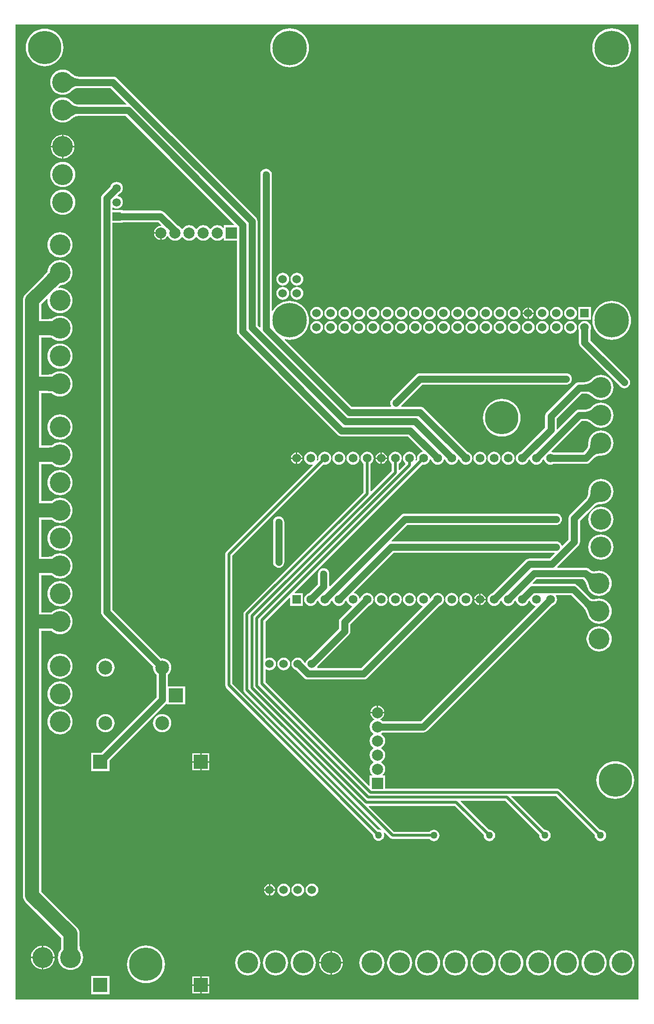
<source format=gbl>
G04*
G04 #@! TF.GenerationSoftware,Altium Limited,Altium Designer,19.1.5 (86)*
G04*
G04 Layer_Physical_Order=2*
G04 Layer_Color=16711680*
%FSLAX25Y25*%
%MOIN*%
G70*
G01*
G75*
%ADD54C,0.05000*%
%ADD55C,0.02000*%
%ADD56C,0.10000*%
%ADD59C,0.23622*%
%ADD60C,0.14764*%
%ADD61R,0.07874X0.07874*%
%ADD62C,0.07874*%
%ADD63R,0.07874X0.07874*%
%ADD64C,0.06000*%
%ADD65R,0.06000X0.06000*%
%ADD66C,0.24410*%
%ADD67R,0.10000X0.10000*%
%ADD68R,0.10000X0.10000*%
%ADD69R,0.06142X0.06142*%
%ADD70C,0.06142*%
%ADD71C,0.05906*%
%ADD72R,0.05906X0.05906*%
%ADD73R,0.09843X0.09843*%
%ADD74C,0.09843*%
%ADD75C,0.05000*%
G36*
X443630Y2039D02*
X2039D01*
Y692449D01*
X443630D01*
Y2039D01*
D02*
G37*
%LPC*%
G36*
X22638Y689533D02*
X20549Y689369D01*
X18512Y688880D01*
X16576Y688078D01*
X14790Y686983D01*
X13196Y685623D01*
X11836Y684029D01*
X10741Y682243D01*
X9939Y680307D01*
X9450Y678270D01*
X9286Y676181D01*
X9450Y674092D01*
X9939Y672055D01*
X10741Y670119D01*
X11836Y668333D01*
X13196Y666740D01*
X14790Y665379D01*
X16576Y664284D01*
X18512Y663482D01*
X20549Y662993D01*
X22638Y662829D01*
X24726Y662993D01*
X26764Y663482D01*
X28700Y664284D01*
X30486Y665379D01*
X32079Y666740D01*
X33440Y668333D01*
X34535Y670119D01*
X35337Y672055D01*
X35826Y674092D01*
X35990Y676181D01*
X35826Y678270D01*
X35337Y680307D01*
X34535Y682243D01*
X33440Y684029D01*
X32079Y685623D01*
X30486Y686983D01*
X28700Y688078D01*
X26764Y688880D01*
X24726Y689369D01*
X22638Y689533D01*
D02*
G37*
G36*
X424665Y689672D02*
X422515Y689503D01*
X420417Y689000D01*
X418424Y688174D01*
X416585Y687047D01*
X414945Y685646D01*
X413544Y684006D01*
X412417Y682166D01*
X411591Y680173D01*
X411088Y678076D01*
X410918Y675925D01*
X411088Y673775D01*
X411591Y671677D01*
X412417Y669684D01*
X413544Y667845D01*
X414945Y666205D01*
X416585Y664804D01*
X418424Y663677D01*
X420417Y662851D01*
X422515Y662347D01*
X424665Y662178D01*
X426816Y662347D01*
X428913Y662851D01*
X430906Y663677D01*
X432746Y664804D01*
X434386Y666205D01*
X435787Y667845D01*
X436914Y669684D01*
X437740Y671677D01*
X438243Y673775D01*
X438412Y675925D01*
X438243Y678076D01*
X437740Y680173D01*
X436914Y682166D01*
X435787Y684006D01*
X434386Y685646D01*
X432746Y687047D01*
X430906Y688174D01*
X428913Y689000D01*
X426816Y689503D01*
X424665Y689672D01*
D02*
G37*
G36*
X196319D02*
X194168Y689503D01*
X192071Y689000D01*
X190078Y688174D01*
X188239Y687047D01*
X186598Y685646D01*
X185197Y684006D01*
X184070Y682166D01*
X183245Y680173D01*
X182741Y678076D01*
X182572Y675925D01*
X182741Y673775D01*
X183245Y671677D01*
X184070Y669684D01*
X185197Y667845D01*
X186598Y666205D01*
X188239Y664804D01*
X190078Y663677D01*
X192071Y662851D01*
X194168Y662347D01*
X196319Y662178D01*
X198469Y662347D01*
X200567Y662851D01*
X202560Y663677D01*
X204399Y664804D01*
X206040Y666205D01*
X207440Y667845D01*
X208568Y669684D01*
X209393Y671677D01*
X209897Y673775D01*
X210066Y675925D01*
X209897Y678076D01*
X209393Y680173D01*
X208568Y682166D01*
X207440Y684006D01*
X206040Y685646D01*
X204399Y687047D01*
X202560Y688174D01*
X200567Y689000D01*
X198469Y689503D01*
X196319Y689672D01*
D02*
G37*
G36*
X35433Y660500D02*
X33692Y660328D01*
X32018Y659820D01*
X30475Y658996D01*
X29122Y657886D01*
X28012Y656533D01*
X27188Y654990D01*
X26680Y653316D01*
X26508Y651575D01*
X26680Y649834D01*
X27188Y648159D01*
X28012Y646616D01*
X29122Y645264D01*
X30475Y644154D01*
X32018Y643329D01*
X33692Y642821D01*
X35433Y642650D01*
X37174Y642821D01*
X38849Y643329D01*
X40391Y644154D01*
X41744Y645264D01*
X41824Y645361D01*
X42252Y645770D01*
X42715Y646152D01*
X43185Y646484D01*
X43663Y646767D01*
X44151Y647005D01*
X44649Y647199D01*
X45162Y647349D01*
X45691Y647457D01*
X46239Y647522D01*
X46705Y647540D01*
X69477D01*
X80824Y636193D01*
X80633Y635731D01*
X46774D01*
X46306Y635750D01*
X45760Y635816D01*
X45236Y635925D01*
X44731Y636077D01*
X44241Y636273D01*
X43765Y636513D01*
X43300Y636799D01*
X42844Y637135D01*
X42397Y637521D01*
X41921Y637998D01*
X41898Y638013D01*
X41744Y638201D01*
X40391Y639311D01*
X38849Y640135D01*
X37174Y640643D01*
X35433Y640815D01*
X33692Y640643D01*
X32018Y640135D01*
X30475Y639311D01*
X29122Y638201D01*
X28012Y636848D01*
X27188Y635305D01*
X26680Y633631D01*
X26508Y631890D01*
X26680Y630149D01*
X27188Y628474D01*
X28012Y626931D01*
X29122Y625579D01*
X30475Y624469D01*
X32018Y623644D01*
X33692Y623136D01*
X35433Y622965D01*
X37174Y623136D01*
X38849Y623644D01*
X40391Y624469D01*
X41579Y625444D01*
X41595Y625453D01*
X41636Y625490D01*
X41744Y625579D01*
X41774Y625615D01*
X42103Y625914D01*
X42581Y626291D01*
X43065Y626619D01*
X43556Y626899D01*
X44054Y627135D01*
X44562Y627326D01*
X45082Y627474D01*
X45616Y627580D01*
X46167Y627645D01*
X46630Y627662D01*
X80163D01*
X157044Y550781D01*
X156853Y550319D01*
X149681D01*
Y548644D01*
X149208Y548484D01*
X148996Y548760D01*
X147860Y549631D01*
X146537Y550179D01*
X145118Y550366D01*
X143699Y550179D01*
X142376Y549631D01*
X141240Y548760D01*
X140395Y547657D01*
X140126Y547622D01*
X140110D01*
X139842Y547657D01*
X138996Y548760D01*
X137860Y549631D01*
X136538Y550179D01*
X135118Y550366D01*
X133699Y550179D01*
X132376Y549631D01*
X131240Y548760D01*
X130395Y547657D01*
X130126Y547622D01*
X130110D01*
X129842Y547657D01*
X128996Y548760D01*
X127860Y549631D01*
X126538Y550179D01*
X125118Y550366D01*
X123699Y550179D01*
X122376Y549631D01*
X121240Y548760D01*
X120395Y547657D01*
X120126Y547622D01*
X120110D01*
X119842Y547657D01*
X118996Y548760D01*
X117860Y549631D01*
X116903Y550028D01*
X107495Y559436D01*
X106659Y560077D01*
X105686Y560480D01*
X104642Y560617D01*
X104642Y560617D01*
X78118D01*
Y561035D01*
X70747D01*
Y562644D01*
X71196Y562865D01*
X71420Y562693D01*
X72503Y562245D01*
X73665Y562092D01*
X74828Y562245D01*
X75911Y562693D01*
X76841Y563407D01*
X77555Y564337D01*
X78004Y565420D01*
X78157Y566583D01*
X78004Y567745D01*
X77555Y568828D01*
X76841Y569759D01*
X75911Y570472D01*
X74828Y570921D01*
X74548Y570958D01*
X74387Y571431D01*
X75464Y572508D01*
X75911Y572693D01*
X76841Y573407D01*
X77555Y574337D01*
X78004Y575420D01*
X78157Y576583D01*
X78004Y577745D01*
X77555Y578828D01*
X76841Y579759D01*
X75911Y580472D01*
X74828Y580921D01*
X73665Y581074D01*
X72503Y580921D01*
X71420Y580472D01*
X70490Y579759D01*
X69776Y578828D01*
X69354Y577810D01*
X63860Y572316D01*
X63219Y571480D01*
X62816Y570507D01*
X62678Y569463D01*
X62678Y569463D01*
Y276418D01*
X62678Y276418D01*
X62816Y275374D01*
X63219Y274401D01*
X63860Y273566D01*
X99556Y237870D01*
X99489Y237190D01*
X99613Y235931D01*
X99980Y234721D01*
X100576Y233605D01*
X101379Y232628D01*
X101907Y232194D01*
Y216008D01*
X62799Y176900D01*
X55505D01*
Y163900D01*
X68505D01*
Y171195D01*
X108794Y211484D01*
X108889Y211608D01*
X109362Y211447D01*
Y211084D01*
X122205D01*
Y223926D01*
X109976D01*
Y232194D01*
X110503Y232628D01*
X111306Y233605D01*
X111902Y234721D01*
X112269Y235931D01*
X112393Y237190D01*
X112269Y238449D01*
X111902Y239659D01*
X111306Y240775D01*
X110503Y241753D01*
X109526Y242555D01*
X108410Y243151D01*
X107200Y243518D01*
X105941Y243642D01*
X105261Y243575D01*
X70747Y278089D01*
Y552130D01*
X78118D01*
Y552548D01*
X102971D01*
X105202Y550317D01*
X104970Y549842D01*
X103829Y549692D01*
X102628Y549194D01*
X101597Y548403D01*
X100806Y547372D01*
X100308Y546171D01*
X100204Y545382D01*
X105118D01*
Y544882D01*
X105618D01*
Y539968D01*
X106407Y540072D01*
X107608Y540569D01*
X108639Y541361D01*
X109431Y542392D01*
X109598Y542795D01*
X110098D01*
X110369Y542140D01*
X111240Y541004D01*
X112376Y540133D01*
X113699Y539585D01*
X115118Y539398D01*
X116537Y539585D01*
X117860Y540133D01*
X118996Y541004D01*
X119842Y542106D01*
X120110Y542142D01*
X120126D01*
X120395Y542106D01*
X121240Y541004D01*
X122376Y540133D01*
X123699Y539585D01*
X125118Y539398D01*
X126538Y539585D01*
X127860Y540133D01*
X128996Y541004D01*
X129842Y542106D01*
X130110Y542142D01*
X130126D01*
X130395Y542106D01*
X131240Y541004D01*
X132376Y540133D01*
X133699Y539585D01*
X135118Y539398D01*
X136538Y539585D01*
X137860Y540133D01*
X138996Y541004D01*
X139842Y542106D01*
X140110Y542142D01*
X140126D01*
X140395Y542106D01*
X141240Y541004D01*
X142376Y540133D01*
X143699Y539585D01*
X145118Y539398D01*
X146537Y539585D01*
X147860Y540133D01*
X148996Y541004D01*
X149208Y541280D01*
X149681Y541119D01*
Y539445D01*
X159021D01*
Y474974D01*
X159021Y474974D01*
X159158Y473930D01*
X159561Y472957D01*
X160202Y472121D01*
X230306Y402017D01*
X231142Y401376D01*
X232115Y400973D01*
X233159Y400836D01*
X280034D01*
X290561Y390308D01*
X290401Y389834D01*
X290047Y389788D01*
X288935Y389327D01*
X287980Y388595D01*
X287247Y387640D01*
X286787Y386528D01*
X286630Y385335D01*
X286747Y384446D01*
X286088Y383787D01*
X285664Y384070D01*
X285693Y384141D01*
X285851Y385335D01*
X285693Y386528D01*
X285233Y387640D01*
X284500Y388595D01*
X283545Y389327D01*
X282433Y389788D01*
X281240Y389945D01*
X280047Y389788D01*
X278935Y389327D01*
X277980Y388595D01*
X277248Y387640D01*
X276787Y386528D01*
X276630Y385335D01*
X276787Y384141D01*
X277248Y383030D01*
X277980Y382075D01*
X278428Y381731D01*
X278463Y381112D01*
X274251Y376900D01*
X273789Y377092D01*
Y381529D01*
X274500Y382075D01*
X275233Y383030D01*
X275693Y384141D01*
X275851Y385335D01*
X275693Y386528D01*
X275233Y387640D01*
X274500Y388595D01*
X273545Y389327D01*
X272433Y389788D01*
X271240Y389945D01*
X270047Y389788D01*
X268935Y389327D01*
X267980Y388595D01*
X267248Y387640D01*
X266787Y386528D01*
X266630Y385335D01*
X266787Y384141D01*
X267248Y383030D01*
X267980Y382075D01*
X268691Y381529D01*
Y376290D01*
X254251Y361850D01*
X253789Y362041D01*
Y381529D01*
X254500Y382075D01*
X255233Y383030D01*
X255693Y384141D01*
X255851Y385335D01*
X255693Y386528D01*
X255233Y387640D01*
X254500Y388595D01*
X253545Y389327D01*
X252433Y389788D01*
X251240Y389945D01*
X250047Y389788D01*
X248935Y389327D01*
X247980Y388595D01*
X247248Y387640D01*
X246787Y386528D01*
X246630Y385335D01*
X246787Y384141D01*
X247248Y383030D01*
X247980Y382075D01*
X248691Y381529D01*
Y361240D01*
X164358Y276907D01*
X163805Y276080D01*
X163611Y275104D01*
Y221360D01*
X163805Y220385D01*
X164358Y219558D01*
X261331Y122585D01*
X261048Y122161D01*
X260469Y122401D01*
X259424Y122538D01*
X259045Y122488D01*
X155789Y225744D01*
Y316279D01*
X220352Y380841D01*
X221240Y380724D01*
X222433Y380881D01*
X223545Y381342D01*
X224500Y382075D01*
X225233Y383030D01*
X225693Y384141D01*
X225851Y385335D01*
X225693Y386528D01*
X225233Y387640D01*
X224500Y388595D01*
X223545Y389327D01*
X222433Y389788D01*
X221240Y389945D01*
X220047Y389788D01*
X218935Y389327D01*
X217980Y388595D01*
X217248Y387640D01*
X216787Y386528D01*
X216630Y385335D01*
X216747Y384446D01*
X216088Y383787D01*
X215664Y384070D01*
X215693Y384141D01*
X215850Y385335D01*
X215693Y386528D01*
X215233Y387640D01*
X214500Y388595D01*
X213545Y389327D01*
X212433Y389788D01*
X211240Y389945D01*
X210047Y389788D01*
X208935Y389327D01*
X207980Y388595D01*
X207247Y387640D01*
X206787Y386528D01*
X206630Y385335D01*
X206787Y384141D01*
X207247Y383030D01*
X207980Y382075D01*
X208935Y381342D01*
X210047Y380881D01*
X211240Y380724D01*
X212433Y380881D01*
X212505Y380911D01*
X212788Y380487D01*
X151438Y319137D01*
X150885Y318310D01*
X150691Y317335D01*
Y224688D01*
X150885Y223713D01*
X151438Y222886D01*
X255440Y118884D01*
X255390Y118504D01*
X255527Y117460D01*
X255930Y116487D01*
X256572Y115651D01*
X257407Y115010D01*
X258380Y114607D01*
X259424Y114469D01*
X260469Y114607D01*
X261442Y115010D01*
X262277Y115651D01*
X262918Y116487D01*
X263321Y117460D01*
X263459Y118504D01*
X263321Y119548D01*
X263082Y120127D01*
X263506Y120410D01*
X267414Y116501D01*
X268241Y115949D01*
X269217Y115755D01*
X295509D01*
X295742Y115451D01*
X296577Y114810D01*
X297550Y114407D01*
X298594Y114269D01*
X299639Y114407D01*
X300612Y114810D01*
X301447Y115451D01*
X302088Y116287D01*
X302492Y117260D01*
X302629Y118304D01*
X302492Y119348D01*
X302088Y120321D01*
X301447Y121157D01*
X300612Y121798D01*
X299639Y122201D01*
X298594Y122338D01*
X297550Y122201D01*
X296577Y121798D01*
X295742Y121157D01*
X295509Y120853D01*
X270273D01*
X252357Y138769D01*
X252548Y139231D01*
X313433D01*
X333980Y118684D01*
X333930Y118304D01*
X334068Y117260D01*
X334471Y116287D01*
X335112Y115451D01*
X335947Y114810D01*
X336920Y114407D01*
X337965Y114269D01*
X339009Y114407D01*
X339982Y114810D01*
X340817Y115451D01*
X341459Y116287D01*
X341862Y117260D01*
X341999Y118304D01*
X341862Y119348D01*
X341459Y120321D01*
X340817Y121157D01*
X339982Y121798D01*
X339009Y122201D01*
X337965Y122338D01*
X337585Y122289D01*
X317605Y142269D01*
X317796Y142730D01*
X349303D01*
X373350Y118684D01*
X373300Y118304D01*
X373438Y117260D01*
X373841Y116287D01*
X374482Y115451D01*
X375317Y114810D01*
X376290Y114407D01*
X377335Y114269D01*
X378379Y114407D01*
X379352Y114810D01*
X380188Y115451D01*
X380829Y116287D01*
X381232Y117260D01*
X381369Y118304D01*
X381232Y119348D01*
X380829Y120321D01*
X380188Y121157D01*
X379352Y121798D01*
X378379Y122201D01*
X377335Y122338D01*
X376955Y122289D01*
X353475Y145769D01*
X353666Y146230D01*
X385173D01*
X412720Y118684D01*
X412670Y118304D01*
X412808Y117260D01*
X413211Y116287D01*
X413852Y115451D01*
X414687Y114810D01*
X415660Y114407D01*
X416705Y114269D01*
X417749Y114407D01*
X418722Y114810D01*
X419558Y115451D01*
X420199Y116287D01*
X420602Y117260D01*
X420739Y118304D01*
X420602Y119348D01*
X420199Y120321D01*
X419558Y121157D01*
X418722Y121798D01*
X417749Y122201D01*
X416705Y122338D01*
X416325Y122289D01*
X388032Y150582D01*
X387205Y151135D01*
X386229Y151329D01*
X264000D01*
Y160653D01*
X262325D01*
X262165Y161127D01*
X262441Y161339D01*
X263312Y162475D01*
X263860Y163797D01*
X264047Y165217D01*
X263860Y166636D01*
X263312Y167958D01*
X262441Y169094D01*
X261338Y169940D01*
X261303Y170208D01*
Y170225D01*
X261338Y170493D01*
X262441Y171339D01*
X263312Y172475D01*
X263860Y173797D01*
X264047Y175216D01*
X263860Y176636D01*
X263312Y177959D01*
X262441Y179094D01*
X261338Y179940D01*
X261303Y180208D01*
Y180225D01*
X261338Y180493D01*
X262441Y181339D01*
X263312Y182475D01*
X263860Y183797D01*
X264047Y185216D01*
X263860Y186636D01*
X263312Y187959D01*
X262441Y189094D01*
X261338Y189940D01*
X261303Y190208D01*
Y190225D01*
X261338Y190493D01*
X262236Y191182D01*
X291122D01*
X291122Y191182D01*
X292166Y191320D01*
X293139Y191723D01*
X293975Y192364D01*
X382535Y280923D01*
X383545Y281342D01*
X384500Y282075D01*
X385233Y283030D01*
X385693Y284141D01*
X385851Y285335D01*
X385693Y286528D01*
X385233Y287640D01*
X385016Y287923D01*
X385237Y288371D01*
X395920D01*
X404313Y279978D01*
X404597Y279678D01*
X404967Y279238D01*
X405316Y278774D01*
X405633Y278300D01*
X406245Y277204D01*
X406494Y276666D01*
X406972Y275403D01*
X407176Y274730D01*
X407243Y274605D01*
X407503Y273750D01*
X408327Y272207D01*
X409437Y270854D01*
X410790Y269745D01*
X412333Y268920D01*
X414007Y268412D01*
X415748Y268240D01*
X417489Y268412D01*
X419163Y268920D01*
X420706Y269745D01*
X422059Y270854D01*
X423169Y272207D01*
X423993Y273750D01*
X424501Y275424D01*
X424673Y277165D01*
X424501Y278906D01*
X423993Y280581D01*
X423169Y282124D01*
X422059Y283476D01*
X420706Y284586D01*
X419163Y285411D01*
X417489Y285919D01*
X415748Y286090D01*
X414007Y285919D01*
X413356Y285721D01*
X413243Y285716D01*
X412663Y285571D01*
X412183Y285501D01*
X411730Y285486D01*
X411298Y285522D01*
X410880Y285608D01*
X410468Y285745D01*
X410057Y285938D01*
X409642Y286191D01*
X409221Y286511D01*
X408861Y286841D01*
X400444Y295258D01*
X399608Y295900D01*
X398635Y296303D01*
X397591Y296440D01*
X397591Y296440D01*
X368758D01*
X368551Y296940D01*
X371416Y299804D01*
X404440D01*
X404629Y299604D01*
X404996Y299165D01*
X405340Y298700D01*
X405661Y298210D01*
X405960Y297693D01*
X406235Y297148D01*
X406480Y296592D01*
X406928Y295324D01*
X407114Y294648D01*
X407167Y294542D01*
X407503Y293435D01*
X408327Y291892D01*
X409437Y290540D01*
X410790Y289430D01*
X412333Y288605D01*
X414007Y288097D01*
X415748Y287926D01*
X417489Y288097D01*
X419163Y288605D01*
X420706Y289430D01*
X422059Y290540D01*
X423169Y291892D01*
X423993Y293435D01*
X424501Y295109D01*
X424673Y296850D01*
X424501Y298592D01*
X423993Y300266D01*
X423169Y301809D01*
X422059Y303161D01*
X420706Y304271D01*
X419163Y305096D01*
X417489Y305604D01*
X415748Y305775D01*
X414007Y305604D01*
X413557Y305467D01*
X413475Y305466D01*
X412882Y305333D01*
X412387Y305272D01*
X411921Y305265D01*
X411477Y305308D01*
X411049Y305399D01*
X410631Y305541D01*
X410217Y305736D01*
X409802Y305990D01*
X409385Y306306D01*
X409031Y306631D01*
X408970Y306692D01*
X408937Y306717D01*
X408919Y306734D01*
X408902Y306744D01*
X408135Y307333D01*
X407162Y307736D01*
X406117Y307874D01*
X406117Y307873D01*
X386318D01*
X386127Y308335D01*
X401009Y323217D01*
X401009Y323217D01*
X401650Y324052D01*
X402053Y325025D01*
X402190Y326070D01*
X402190Y326070D01*
Y341093D01*
X412001Y350904D01*
X412341Y351220D01*
X412776Y351563D01*
X413229Y351866D01*
X413701Y352128D01*
X414196Y352352D01*
X414714Y352539D01*
X415260Y352687D01*
X415834Y352798D01*
X416438Y352869D01*
X416882Y352891D01*
X416929Y352886D01*
X417068Y352900D01*
X417123Y352903D01*
X417141Y352907D01*
X418670Y353058D01*
X420344Y353566D01*
X421887Y354390D01*
X423240Y355500D01*
X424350Y356853D01*
X425175Y358396D01*
X425682Y360070D01*
X425854Y361811D01*
X425682Y363552D01*
X425175Y365226D01*
X424350Y366769D01*
X423240Y368122D01*
X421887Y369232D01*
X420344Y370057D01*
X418670Y370564D01*
X416929Y370736D01*
X415188Y370564D01*
X413514Y370057D01*
X411971Y369232D01*
X410618Y368122D01*
X409508Y366769D01*
X408684Y365226D01*
X408176Y363552D01*
X408004Y361811D01*
X408028Y361570D01*
X408023Y361543D01*
X408023Y360869D01*
X407980Y360279D01*
X407895Y359720D01*
X407769Y359188D01*
X407601Y358682D01*
X407394Y358198D01*
X407144Y357733D01*
X406851Y357285D01*
X406512Y356853D01*
X406193Y356508D01*
X395303Y345617D01*
X394662Y344782D01*
X394259Y343809D01*
X394121Y342765D01*
X394121Y342764D01*
Y327741D01*
X389705Y323324D01*
X389571Y323370D01*
X389210Y323537D01*
X388829Y324458D01*
X388188Y325294D01*
X387352Y325935D01*
X386379Y326338D01*
X385335Y326476D01*
X268794D01*
X268587Y326975D01*
X279703Y338091D01*
X385335D01*
X386379Y338229D01*
X387352Y338632D01*
X388188Y339273D01*
X388829Y340109D01*
X389232Y341082D01*
X389369Y342126D01*
X389232Y343170D01*
X388829Y344143D01*
X388188Y344979D01*
X387352Y345620D01*
X386379Y346023D01*
X385335Y346161D01*
X278032D01*
X278031Y346161D01*
X276987Y346023D01*
X276014Y345620D01*
X275179Y344979D01*
X224977Y294777D01*
X224477Y294984D01*
Y303543D01*
X224339Y304588D01*
X223936Y305561D01*
X223295Y306396D01*
X222459Y307037D01*
X221486Y307440D01*
X220442Y307578D01*
X219398Y307440D01*
X218425Y307037D01*
X217589Y306396D01*
X216948Y305561D01*
X216545Y304588D01*
X216408Y303543D01*
Y296208D01*
X209946Y289746D01*
X208935Y289327D01*
X207980Y288595D01*
X207247Y287640D01*
X206787Y286528D01*
X206630Y285335D01*
X206787Y284141D01*
X207247Y283030D01*
X207980Y282075D01*
X208935Y281342D01*
X210047Y280881D01*
X211240Y280724D01*
X212433Y280881D01*
X213545Y281342D01*
X214500Y282075D01*
X215233Y283030D01*
X215651Y284040D01*
X216267Y284656D01*
X216740Y284495D01*
X216787Y284141D01*
X217248Y283030D01*
X217980Y282075D01*
X218935Y281342D01*
X220047Y280881D01*
X221240Y280724D01*
X222433Y280881D01*
X223545Y281342D01*
X224500Y282075D01*
X225233Y283030D01*
X225652Y284040D01*
X226267Y284656D01*
X226740Y284495D01*
X226787Y284141D01*
X227248Y283030D01*
X227980Y282075D01*
X228935Y281342D01*
X230047Y280881D01*
X231240Y280724D01*
X232433Y280881D01*
X233545Y281342D01*
X234500Y282075D01*
X235233Y283030D01*
X235651Y284040D01*
X236267Y284656D01*
X236740Y284495D01*
X236787Y284141D01*
X237247Y283030D01*
X237980Y282075D01*
X238935Y281342D01*
X240047Y280881D01*
X240401Y280835D01*
X240561Y280361D01*
X232453Y272253D01*
X231812Y271417D01*
X231409Y270444D01*
X231271Y269400D01*
X231271Y269400D01*
Y264541D01*
X210735Y244005D01*
X209891Y243655D01*
X208951Y242934D01*
X208230Y241994D01*
X207776Y240899D01*
X207735Y240590D01*
X207262Y240429D01*
X206370Y241321D01*
X206091Y241994D01*
X205370Y242934D01*
X204430Y243655D01*
X203335Y244109D01*
X202160Y244263D01*
X200986Y244109D01*
X199891Y243655D01*
X198951Y242934D01*
X198230Y241994D01*
X197776Y240899D01*
X197622Y239724D01*
X197776Y238550D01*
X198230Y237455D01*
X198951Y236515D01*
X199891Y235794D01*
X200907Y235373D01*
X206408Y229872D01*
X206408Y229872D01*
X207244Y229230D01*
X208217Y228827D01*
X209261Y228690D01*
X248630D01*
X248630Y228690D01*
X249674Y228827D01*
X250647Y229230D01*
X251483Y229872D01*
X302535Y280923D01*
X303545Y281342D01*
X304500Y282075D01*
X305233Y283030D01*
X305693Y284141D01*
X305851Y285335D01*
X305693Y286528D01*
X305233Y287640D01*
X304500Y288595D01*
X303545Y289327D01*
X302433Y289788D01*
X301240Y289945D01*
X300047Y289788D01*
X298935Y289327D01*
X297980Y288595D01*
X297248Y287640D01*
X296829Y286629D01*
X296213Y286014D01*
X295740Y286174D01*
X295693Y286528D01*
X295233Y287640D01*
X294500Y288595D01*
X293545Y289327D01*
X292433Y289788D01*
X291240Y289945D01*
X290047Y289788D01*
X288935Y289327D01*
X287980Y288595D01*
X287247Y287640D01*
X286787Y286528D01*
X286630Y285335D01*
X286787Y284141D01*
X287247Y283030D01*
X287980Y282075D01*
X288935Y281342D01*
X290047Y280881D01*
X290401Y280835D01*
X290561Y280361D01*
X246959Y236759D01*
X216122D01*
X215901Y237207D01*
X216091Y237455D01*
X216441Y238299D01*
X238158Y260017D01*
X238159Y260017D01*
X238800Y260852D01*
X239203Y261825D01*
X239340Y262870D01*
X239340Y262870D01*
Y267729D01*
X252535Y280923D01*
X253545Y281342D01*
X254500Y282075D01*
X255233Y283030D01*
X255693Y284141D01*
X255851Y285335D01*
X255693Y286528D01*
X255233Y287640D01*
X254500Y288595D01*
X253545Y289327D01*
X252433Y289788D01*
X251240Y289945D01*
X250047Y289788D01*
X248935Y289327D01*
X247980Y288595D01*
X247248Y287640D01*
X246829Y286629D01*
X246213Y286014D01*
X245740Y286174D01*
X245693Y286528D01*
X245233Y287640D01*
X244500Y288595D01*
X243545Y289327D01*
X242433Y289788D01*
X242080Y289834D01*
X241919Y290308D01*
X270018Y318406D01*
X384134D01*
X384325Y317945D01*
X380754Y314373D01*
X366245D01*
X366244Y314373D01*
X365200Y314236D01*
X364227Y313833D01*
X363392Y313192D01*
X363392Y313192D01*
X339946Y289746D01*
X338935Y289327D01*
X337980Y288595D01*
X337247Y287640D01*
X336787Y286528D01*
X336630Y285335D01*
X336787Y284141D01*
X337247Y283030D01*
X337980Y282075D01*
X338935Y281342D01*
X340047Y280881D01*
X341240Y280724D01*
X342433Y280881D01*
X343545Y281342D01*
X344500Y282075D01*
X345233Y283030D01*
X345652Y284040D01*
X346267Y284656D01*
X346740Y284495D01*
X346787Y284141D01*
X347248Y283030D01*
X347980Y282075D01*
X348935Y281342D01*
X350047Y280881D01*
X351240Y280724D01*
X352433Y280881D01*
X353545Y281342D01*
X354500Y282075D01*
X355233Y283030D01*
X355651Y284040D01*
X356267Y284656D01*
X356740Y284495D01*
X356787Y284141D01*
X357247Y283030D01*
X357980Y282075D01*
X358935Y281342D01*
X360047Y280881D01*
X361240Y280724D01*
X362433Y280881D01*
X363545Y281342D01*
X364500Y282075D01*
X365233Y283030D01*
X365651Y284040D01*
X366267Y284655D01*
X366740Y284495D01*
X366787Y284141D01*
X367248Y283030D01*
X367980Y282075D01*
X368935Y281342D01*
X370047Y280881D01*
X370401Y280835D01*
X370561Y280361D01*
X289451Y199251D01*
X262236D01*
X261305Y199966D01*
X260650Y200237D01*
Y200737D01*
X261053Y200904D01*
X262084Y201695D01*
X262876Y202727D01*
X263373Y203928D01*
X263477Y204716D01*
X258563D01*
Y205217D01*
D01*
Y204716D01*
X253649D01*
X253753Y203928D01*
X254251Y202727D01*
X255042Y201695D01*
X256073Y200904D01*
X256476Y200737D01*
Y200237D01*
X255821Y199966D01*
X254685Y199094D01*
X253814Y197959D01*
X253266Y196636D01*
X253079Y195217D01*
X253266Y193797D01*
X253814Y192475D01*
X254685Y191339D01*
X255787Y190493D01*
X255823Y190225D01*
Y190208D01*
X255787Y189940D01*
X254685Y189094D01*
X253814Y187959D01*
X253266Y186636D01*
X253079Y185216D01*
X253266Y183797D01*
X253814Y182475D01*
X254685Y181339D01*
X255787Y180493D01*
X255823Y180225D01*
Y180208D01*
X255787Y179940D01*
X254685Y179094D01*
X253814Y177959D01*
X253266Y176636D01*
X253079Y175216D01*
X253266Y173797D01*
X253814Y172475D01*
X254685Y171339D01*
X255787Y170493D01*
X255823Y170225D01*
Y170208D01*
X255787Y169940D01*
X254685Y169094D01*
X253814Y167958D01*
X253266Y166636D01*
X253079Y165217D01*
X253266Y163797D01*
X253814Y162475D01*
X254685Y161339D01*
X254961Y161127D01*
X254801Y160653D01*
X253126D01*
Y153502D01*
X252664Y153311D01*
X179209Y226765D01*
Y235751D01*
X179658Y235973D01*
X179891Y235794D01*
X180986Y235340D01*
X182160Y235186D01*
X183335Y235340D01*
X184430Y235794D01*
X185370Y236515D01*
X186091Y237455D01*
X186545Y238550D01*
X186699Y239724D01*
X186545Y240899D01*
X186091Y241994D01*
X185370Y242934D01*
X184430Y243655D01*
X183335Y244109D01*
X182160Y244263D01*
X180986Y244109D01*
X179891Y243655D01*
X179658Y243476D01*
X179209Y243697D01*
Y269699D01*
X196207Y286697D01*
X196669Y286506D01*
Y280764D01*
X205811D01*
Y289906D01*
X200069D01*
X199878Y290368D01*
X290352Y380841D01*
X291240Y380724D01*
X292433Y380881D01*
X293545Y381342D01*
X294500Y382075D01*
X295233Y383030D01*
X295693Y384141D01*
X295740Y384495D01*
X296213Y384656D01*
X296829Y384040D01*
X297248Y383030D01*
X297980Y382075D01*
X298935Y381342D01*
X300047Y380881D01*
X301240Y380724D01*
X302433Y380881D01*
X303545Y381342D01*
X304500Y382075D01*
X305233Y383030D01*
X305693Y384141D01*
X305740Y384495D01*
X306213Y384656D01*
X306829Y384040D01*
X307247Y383030D01*
X307980Y382075D01*
X308935Y381342D01*
X310047Y380881D01*
X311240Y380724D01*
X312433Y380881D01*
X313545Y381342D01*
X314500Y382075D01*
X315233Y383030D01*
X315693Y384141D01*
X315740Y384495D01*
X316213Y384656D01*
X316829Y384040D01*
X317248Y383030D01*
X317980Y382075D01*
X318935Y381342D01*
X320047Y380881D01*
X321240Y380724D01*
X322433Y380881D01*
X323545Y381342D01*
X324500Y382075D01*
X325233Y383030D01*
X325693Y384141D01*
X325851Y385335D01*
X325693Y386528D01*
X325233Y387640D01*
X324500Y388595D01*
X323545Y389327D01*
X322534Y389746D01*
X291558Y420723D01*
X290722Y421364D01*
X289749Y421767D01*
X288705Y421905D01*
X288705Y421905D01*
X275586D01*
X275395Y422367D01*
X290446Y437418D01*
X392406D01*
X393450Y437555D01*
X394424Y437958D01*
X395259Y438599D01*
X395900Y439435D01*
X396303Y440408D01*
X396441Y441452D01*
X396303Y442496D01*
X395900Y443469D01*
X395259Y444305D01*
X394424Y444946D01*
X393450Y445349D01*
X392406Y445486D01*
X288775D01*
X287731Y445349D01*
X286757Y444946D01*
X285922Y444305D01*
X285922Y444305D01*
X268840Y427223D01*
X268199Y426387D01*
X267796Y425414D01*
X267658Y424370D01*
X267796Y423326D01*
X268178Y422405D01*
X268040Y422031D01*
X267978Y421905D01*
X240215D01*
X192868Y469251D01*
X193113Y469688D01*
X194168Y469434D01*
X196319Y469265D01*
X198469Y469434D01*
X200567Y469938D01*
X202560Y470763D01*
X204399Y471890D01*
X206040Y473291D01*
X207440Y474932D01*
X208568Y476771D01*
X209393Y478764D01*
X209897Y480861D01*
X210066Y483012D01*
X209897Y485162D01*
X209393Y487260D01*
X208568Y489253D01*
X207440Y491092D01*
X206040Y492733D01*
X204399Y494134D01*
X202560Y495261D01*
X200567Y496086D01*
X198469Y496590D01*
X196319Y496759D01*
X194168Y496590D01*
X192071Y496086D01*
X190078Y495261D01*
X188239Y494134D01*
X186598Y492733D01*
X185197Y491092D01*
X184160Y489400D01*
X183660Y489541D01*
Y586268D01*
X183523Y587312D01*
X183120Y588285D01*
X182479Y589121D01*
X181643Y589762D01*
X180670Y590165D01*
X179626Y590302D01*
X178582Y590165D01*
X177609Y589762D01*
X176773Y589121D01*
X176132Y588285D01*
X175729Y587312D01*
X175591Y586268D01*
Y477989D01*
X175129Y477798D01*
X173590Y479338D01*
Y553168D01*
X173590Y553168D01*
X173452Y554212D01*
X173049Y555185D01*
X172408Y556021D01*
X172408Y556021D01*
X74001Y654428D01*
X73166Y655069D01*
X72193Y655472D01*
X71149Y655609D01*
X71148Y655609D01*
X46705D01*
X46239Y655627D01*
X45691Y655693D01*
X45162Y655800D01*
X44649Y655951D01*
X44151Y656144D01*
X43663Y656382D01*
X43185Y656666D01*
X42715Y656998D01*
X42252Y657380D01*
X41824Y657789D01*
X41744Y657886D01*
X40391Y658996D01*
X38849Y659820D01*
X37174Y660328D01*
X35433Y660500D01*
D02*
G37*
G36*
X35933Y614326D02*
Y606453D01*
X43806D01*
X43694Y607596D01*
X43214Y609176D01*
X42436Y610632D01*
X41389Y611908D01*
X40112Y612956D01*
X38656Y613734D01*
X37076Y614213D01*
X35933Y614326D01*
D02*
G37*
G36*
X34933D02*
X33790Y614213D01*
X32210Y613734D01*
X30754Y612956D01*
X29478Y611908D01*
X28430Y610632D01*
X27652Y609176D01*
X27172Y607596D01*
X27060Y606453D01*
X34933D01*
Y614326D01*
D02*
G37*
G36*
Y605453D02*
X27060D01*
X27172Y604310D01*
X27652Y602730D01*
X28430Y601274D01*
X29478Y599997D01*
X30754Y598950D01*
X32210Y598172D01*
X33790Y597692D01*
X34933Y597580D01*
Y605453D01*
D02*
G37*
G36*
X43806D02*
X35933D01*
Y597580D01*
X37076Y597692D01*
X38656Y598172D01*
X40112Y598950D01*
X41389Y599997D01*
X42436Y601274D01*
X43214Y602730D01*
X43694Y604310D01*
X43806Y605453D01*
D02*
G37*
G36*
X35433Y595193D02*
X33692Y595021D01*
X32018Y594513D01*
X30475Y593688D01*
X29122Y592579D01*
X28012Y591226D01*
X27188Y589683D01*
X26680Y588009D01*
X26508Y586268D01*
X26680Y584527D01*
X27188Y582852D01*
X28012Y581309D01*
X29122Y579957D01*
X30475Y578847D01*
X32018Y578022D01*
X33692Y577514D01*
X35433Y577343D01*
X37174Y577514D01*
X38849Y578022D01*
X40391Y578847D01*
X41744Y579957D01*
X42854Y581309D01*
X43679Y582852D01*
X44186Y584527D01*
X44358Y586268D01*
X44186Y588009D01*
X43679Y589683D01*
X42854Y591226D01*
X41744Y592579D01*
X40391Y593688D01*
X38849Y594513D01*
X37174Y595021D01*
X35433Y595193D01*
D02*
G37*
G36*
Y575508D02*
X33692Y575336D01*
X32018Y574828D01*
X30475Y574004D01*
X29122Y572894D01*
X28012Y571541D01*
X27188Y569998D01*
X26680Y568324D01*
X26508Y566583D01*
X26680Y564842D01*
X27188Y563167D01*
X28012Y561624D01*
X29122Y560272D01*
X30475Y559162D01*
X32018Y558337D01*
X33692Y557829D01*
X35433Y557658D01*
X37174Y557829D01*
X38849Y558337D01*
X40391Y559162D01*
X41744Y560272D01*
X42854Y561624D01*
X43679Y563167D01*
X44186Y564842D01*
X44358Y566583D01*
X44186Y568324D01*
X43679Y569998D01*
X42854Y571541D01*
X41744Y572894D01*
X40391Y574004D01*
X38849Y574828D01*
X37174Y575336D01*
X35433Y575508D01*
D02*
G37*
G36*
X104618Y544382D02*
X100204D01*
X100308Y543593D01*
X100806Y542392D01*
X101597Y541361D01*
X102628Y540569D01*
X103829Y540072D01*
X104618Y539968D01*
Y544382D01*
D02*
G37*
G36*
X33500Y545317D02*
X31759Y545145D01*
X30085Y544637D01*
X28542Y543813D01*
X27189Y542703D01*
X26079Y541350D01*
X25254Y539807D01*
X24747Y538133D01*
X24575Y536392D01*
X24747Y534651D01*
X25254Y532976D01*
X26079Y531433D01*
X27189Y530081D01*
X28542Y528971D01*
X30085Y528146D01*
X31759Y527638D01*
X33500Y527467D01*
X35241Y527638D01*
X36915Y528146D01*
X38458Y528971D01*
X39811Y530081D01*
X40921Y531433D01*
X41745Y532976D01*
X42253Y534651D01*
X42425Y536392D01*
X42253Y538133D01*
X41745Y539807D01*
X40921Y541350D01*
X39811Y542703D01*
X38458Y543813D01*
X36915Y544637D01*
X35241Y545145D01*
X33500Y545317D01*
D02*
G37*
G36*
X201476Y516657D02*
X200302Y516502D01*
X199207Y516049D01*
X198267Y515328D01*
X197546Y514388D01*
X197092Y513293D01*
X196938Y512118D01*
X197092Y510944D01*
X197546Y509849D01*
X198267Y508909D01*
X199207Y508187D01*
X200302Y507734D01*
X201476Y507579D01*
X202651Y507734D01*
X203746Y508187D01*
X204686Y508909D01*
X205407Y509849D01*
X205860Y510944D01*
X206015Y512118D01*
X205860Y513293D01*
X205407Y514388D01*
X204686Y515328D01*
X203746Y516049D01*
X202651Y516502D01*
X201476Y516657D01*
D02*
G37*
G36*
X191476D02*
X190302Y516502D01*
X189207Y516049D01*
X188267Y515328D01*
X187546Y514388D01*
X187092Y513293D01*
X186937Y512118D01*
X187092Y510944D01*
X187546Y509849D01*
X188267Y508909D01*
X189207Y508187D01*
X190302Y507734D01*
X191476Y507579D01*
X192651Y507734D01*
X193746Y508187D01*
X194686Y508909D01*
X195407Y509849D01*
X195861Y510944D01*
X196015Y512118D01*
X195861Y513293D01*
X195407Y514388D01*
X194686Y515328D01*
X193746Y516049D01*
X192651Y516502D01*
X191476Y516657D01*
D02*
G37*
G36*
X201476Y506657D02*
X200302Y506502D01*
X199207Y506049D01*
X198267Y505328D01*
X197546Y504388D01*
X197092Y503293D01*
X196938Y502118D01*
X197092Y500944D01*
X197546Y499849D01*
X198267Y498909D01*
X199207Y498187D01*
X200302Y497734D01*
X201476Y497579D01*
X202651Y497734D01*
X203746Y498187D01*
X204686Y498909D01*
X205407Y499849D01*
X205860Y500944D01*
X206015Y502118D01*
X205860Y503293D01*
X205407Y504388D01*
X204686Y505328D01*
X203746Y506049D01*
X202651Y506502D01*
X201476Y506657D01*
D02*
G37*
G36*
X191476D02*
X190302Y506502D01*
X189207Y506049D01*
X188267Y505328D01*
X187546Y504388D01*
X187092Y503293D01*
X186937Y502118D01*
X187092Y500944D01*
X187546Y499849D01*
X188267Y498909D01*
X189207Y498187D01*
X190302Y497734D01*
X191476Y497579D01*
X192651Y497734D01*
X193746Y498187D01*
X194686Y498909D01*
X195407Y499849D01*
X195861Y500944D01*
X196015Y502118D01*
X195861Y503293D01*
X195407Y504388D01*
X194686Y505328D01*
X193746Y506049D01*
X192651Y506502D01*
X191476Y506657D01*
D02*
G37*
G36*
X365992Y491981D02*
Y488512D01*
X369461D01*
X369389Y489056D01*
X368986Y490029D01*
X368345Y490865D01*
X367509Y491506D01*
X366536Y491909D01*
X365992Y491981D01*
D02*
G37*
G36*
X364992D02*
X364448Y491909D01*
X363475Y491506D01*
X362639Y490865D01*
X361998Y490029D01*
X361595Y489056D01*
X361523Y488512D01*
X364992D01*
Y491981D01*
D02*
G37*
G36*
X33500Y525632D02*
X31759Y525460D01*
X30085Y524952D01*
X28542Y524127D01*
X27189Y523018D01*
X26079Y521665D01*
X25254Y520122D01*
X24747Y518448D01*
X24632Y517280D01*
X21930Y514373D01*
X9161Y501605D01*
X8349Y500615D01*
X7745Y499486D01*
X7374Y498260D01*
X7248Y496986D01*
Y477337D01*
Y437967D01*
Y387795D01*
Y348425D01*
Y309055D01*
Y269685D01*
X7248Y75787D01*
X7374Y74513D01*
X7745Y73288D01*
X8349Y72159D01*
X9161Y71169D01*
X34413Y45917D01*
Y41537D01*
X34389Y38933D01*
X34341Y37843D01*
X33524Y36848D01*
X32699Y35305D01*
X32192Y33631D01*
X32020Y31890D01*
X32192Y30149D01*
X32699Y28474D01*
X33524Y26931D01*
X34634Y25579D01*
X35987Y24469D01*
X37530Y23644D01*
X39204Y23136D01*
X40945Y22965D01*
X42686Y23136D01*
X44360Y23644D01*
X45903Y24469D01*
X47256Y25579D01*
X48366Y26931D01*
X49190Y28474D01*
X49698Y30149D01*
X49870Y31890D01*
X49698Y33631D01*
X49190Y35305D01*
X48366Y36848D01*
X47621Y37756D01*
X47476Y41721D01*
Y48622D01*
X47351Y49896D01*
X46979Y51121D01*
X46376Y52251D01*
X45563Y53241D01*
X20311Y78493D01*
X20311Y263154D01*
X27458D01*
X28542Y262264D01*
X30085Y261440D01*
X31759Y260932D01*
X33500Y260760D01*
X35241Y260932D01*
X36915Y261440D01*
X38458Y262264D01*
X39811Y263374D01*
X40921Y264727D01*
X41745Y266270D01*
X42253Y267944D01*
X42425Y269685D01*
X42253Y271426D01*
X41745Y273100D01*
X40921Y274643D01*
X39811Y275996D01*
X38458Y277106D01*
X36915Y277930D01*
X35241Y278438D01*
X33500Y278610D01*
X31759Y278438D01*
X30085Y277930D01*
X28542Y277106D01*
X27458Y276217D01*
X20311D01*
Y302524D01*
X23853D01*
X26457Y302499D01*
X27546Y302451D01*
X28542Y301634D01*
X30085Y300810D01*
X31759Y300302D01*
X33500Y300130D01*
X35241Y300302D01*
X36915Y300810D01*
X38458Y301634D01*
X39811Y302744D01*
X40921Y304097D01*
X41745Y305640D01*
X42253Y307314D01*
X42425Y309055D01*
X42253Y310796D01*
X41745Y312471D01*
X40921Y314014D01*
X39811Y315366D01*
X38458Y316476D01*
X36915Y317301D01*
X35241Y317809D01*
X33500Y317980D01*
X31759Y317809D01*
X30085Y317301D01*
X28542Y316476D01*
X27634Y315731D01*
X23669Y315587D01*
X20311D01*
Y341894D01*
X23853D01*
X26457Y341869D01*
X27546Y341821D01*
X28542Y341004D01*
X30085Y340180D01*
X31759Y339672D01*
X33500Y339500D01*
X35241Y339672D01*
X36915Y340180D01*
X38458Y341004D01*
X39811Y342114D01*
X40921Y343467D01*
X41745Y345010D01*
X42253Y346684D01*
X42425Y348425D01*
X42253Y350166D01*
X41745Y351841D01*
X40921Y353384D01*
X39811Y354736D01*
X38458Y355846D01*
X36915Y356671D01*
X35241Y357179D01*
X33500Y357350D01*
X31759Y357179D01*
X30085Y356671D01*
X28542Y355846D01*
X27634Y355101D01*
X23669Y354957D01*
X20311D01*
Y381264D01*
X23853D01*
X26457Y381239D01*
X27546Y381191D01*
X28542Y380375D01*
X30085Y379550D01*
X31759Y379042D01*
X33500Y378870D01*
X35241Y379042D01*
X36915Y379550D01*
X38458Y380375D01*
X39811Y381485D01*
X40921Y382837D01*
X41745Y384380D01*
X42253Y386054D01*
X42425Y387795D01*
X42253Y389536D01*
X41745Y391211D01*
X40921Y392754D01*
X39811Y394106D01*
X38458Y395216D01*
X36915Y396041D01*
X35241Y396549D01*
X33500Y396720D01*
X31759Y396549D01*
X30085Y396041D01*
X28542Y395216D01*
X27634Y394471D01*
X23669Y394327D01*
X20311D01*
Y431435D01*
X23853D01*
X26457Y431411D01*
X27546Y431362D01*
X28542Y430546D01*
X30085Y429721D01*
X31759Y429213D01*
X33500Y429042D01*
X35241Y429213D01*
X36915Y429721D01*
X38458Y430546D01*
X39811Y431656D01*
X40921Y433008D01*
X41745Y434551D01*
X42253Y436225D01*
X42425Y437967D01*
X42253Y439708D01*
X41745Y441382D01*
X40921Y442925D01*
X39811Y444277D01*
X38458Y445387D01*
X36915Y446212D01*
X35241Y446720D01*
X33500Y446891D01*
X31759Y446720D01*
X30085Y446212D01*
X28542Y445387D01*
X27634Y444643D01*
X23669Y444498D01*
X20311D01*
Y470805D01*
X23853D01*
X26457Y470781D01*
X27546Y470733D01*
X28542Y469916D01*
X30085Y469091D01*
X31759Y468583D01*
X33500Y468412D01*
X35241Y468583D01*
X36915Y469091D01*
X38458Y469916D01*
X39811Y471026D01*
X40921Y472378D01*
X41745Y473921D01*
X42253Y475596D01*
X42425Y477337D01*
X42253Y479078D01*
X41745Y480752D01*
X40921Y482295D01*
X39811Y483647D01*
X38458Y484757D01*
X36915Y485582D01*
X35241Y486090D01*
X33500Y486262D01*
X31759Y486090D01*
X30085Y485582D01*
X28542Y484757D01*
X27634Y484013D01*
X23669Y483868D01*
X20311D01*
Y494281D01*
X24217Y498187D01*
X24669Y497973D01*
X24575Y497022D01*
X24747Y495281D01*
X25254Y493606D01*
X26079Y492063D01*
X27189Y490711D01*
X28542Y489601D01*
X30085Y488776D01*
X31759Y488268D01*
X33500Y488097D01*
X35241Y488268D01*
X36915Y488776D01*
X38458Y489601D01*
X39811Y490711D01*
X40921Y492063D01*
X41745Y493606D01*
X42253Y495281D01*
X42425Y497022D01*
X42253Y498763D01*
X41745Y500437D01*
X40921Y501980D01*
X39811Y503333D01*
X38458Y504442D01*
X36915Y505267D01*
X35241Y505775D01*
X33500Y505947D01*
X32569Y505855D01*
X32358Y506308D01*
X33155Y507091D01*
X33960Y507827D01*
X35241Y507953D01*
X36915Y508461D01*
X38458Y509286D01*
X39811Y510396D01*
X40921Y511748D01*
X41745Y513291D01*
X42253Y514966D01*
X42425Y516707D01*
X42253Y518448D01*
X41745Y520122D01*
X40921Y521665D01*
X39811Y523018D01*
X38458Y524127D01*
X36915Y524952D01*
X35241Y525460D01*
X33500Y525632D01*
D02*
G37*
G36*
X369461Y487512D02*
X365992D01*
Y484043D01*
X366536Y484115D01*
X367509Y484518D01*
X368345Y485159D01*
X368986Y485995D01*
X369389Y486968D01*
X369461Y487512D01*
D02*
G37*
G36*
X364992D02*
X361523D01*
X361595Y486968D01*
X361998Y485995D01*
X362639Y485159D01*
X363475Y484518D01*
X364448Y484115D01*
X364992Y484043D01*
Y487512D01*
D02*
G37*
G36*
X409992Y492512D02*
X400992D01*
Y483512D01*
X409992D01*
Y492512D01*
D02*
G37*
G36*
X395492Y492551D02*
X394317Y492396D01*
X393223Y491943D01*
X392283Y491221D01*
X391561Y490281D01*
X391108Y489187D01*
X390953Y488012D01*
X391108Y486837D01*
X391561Y485743D01*
X392283Y484802D01*
X393223Y484081D01*
X394317Y483628D01*
X395492Y483473D01*
X396667Y483628D01*
X397762Y484081D01*
X398702Y484802D01*
X399423Y485743D01*
X399876Y486837D01*
X400031Y488012D01*
X399876Y489187D01*
X399423Y490281D01*
X398702Y491221D01*
X397762Y491943D01*
X396667Y492396D01*
X395492Y492551D01*
D02*
G37*
G36*
X385492D02*
X384317Y492396D01*
X383223Y491943D01*
X382283Y491221D01*
X381561Y490281D01*
X381108Y489187D01*
X380953Y488012D01*
X381108Y486837D01*
X381561Y485743D01*
X382283Y484802D01*
X383223Y484081D01*
X384317Y483628D01*
X385492Y483473D01*
X386667Y483628D01*
X387761Y484081D01*
X388702Y484802D01*
X389423Y485743D01*
X389876Y486837D01*
X390031Y488012D01*
X389876Y489187D01*
X389423Y490281D01*
X388702Y491221D01*
X387761Y491943D01*
X386667Y492396D01*
X385492Y492551D01*
D02*
G37*
G36*
X375492D02*
X374317Y492396D01*
X373223Y491943D01*
X372283Y491221D01*
X371561Y490281D01*
X371108Y489187D01*
X370953Y488012D01*
X371108Y486837D01*
X371561Y485743D01*
X372283Y484802D01*
X373223Y484081D01*
X374317Y483628D01*
X375492Y483473D01*
X376667Y483628D01*
X377762Y484081D01*
X378702Y484802D01*
X379423Y485743D01*
X379876Y486837D01*
X380031Y488012D01*
X379876Y489187D01*
X379423Y490281D01*
X378702Y491221D01*
X377762Y491943D01*
X376667Y492396D01*
X375492Y492551D01*
D02*
G37*
G36*
X355492D02*
X354317Y492396D01*
X353223Y491943D01*
X352283Y491221D01*
X351561Y490281D01*
X351108Y489187D01*
X350953Y488012D01*
X351108Y486837D01*
X351561Y485743D01*
X352283Y484802D01*
X353223Y484081D01*
X354317Y483628D01*
X355492Y483473D01*
X356667Y483628D01*
X357762Y484081D01*
X358702Y484802D01*
X359423Y485743D01*
X359876Y486837D01*
X360031Y488012D01*
X359876Y489187D01*
X359423Y490281D01*
X358702Y491221D01*
X357762Y491943D01*
X356667Y492396D01*
X355492Y492551D01*
D02*
G37*
G36*
X345492D02*
X344317Y492396D01*
X343223Y491943D01*
X342283Y491221D01*
X341561Y490281D01*
X341108Y489187D01*
X340953Y488012D01*
X341108Y486837D01*
X341561Y485743D01*
X342283Y484802D01*
X343223Y484081D01*
X344317Y483628D01*
X345492Y483473D01*
X346667Y483628D01*
X347762Y484081D01*
X348702Y484802D01*
X349423Y485743D01*
X349876Y486837D01*
X350031Y488012D01*
X349876Y489187D01*
X349423Y490281D01*
X348702Y491221D01*
X347762Y491943D01*
X346667Y492396D01*
X345492Y492551D01*
D02*
G37*
G36*
X335492D02*
X334317Y492396D01*
X333223Y491943D01*
X332283Y491221D01*
X331561Y490281D01*
X331108Y489187D01*
X330953Y488012D01*
X331108Y486837D01*
X331561Y485743D01*
X332283Y484802D01*
X333223Y484081D01*
X334317Y483628D01*
X335492Y483473D01*
X336667Y483628D01*
X337761Y484081D01*
X338702Y484802D01*
X339423Y485743D01*
X339876Y486837D01*
X340031Y488012D01*
X339876Y489187D01*
X339423Y490281D01*
X338702Y491221D01*
X337761Y491943D01*
X336667Y492396D01*
X335492Y492551D01*
D02*
G37*
G36*
X325492D02*
X324317Y492396D01*
X323223Y491943D01*
X322283Y491221D01*
X321561Y490281D01*
X321108Y489187D01*
X320953Y488012D01*
X321108Y486837D01*
X321561Y485743D01*
X322283Y484802D01*
X323223Y484081D01*
X324317Y483628D01*
X325492Y483473D01*
X326667Y483628D01*
X327762Y484081D01*
X328702Y484802D01*
X329423Y485743D01*
X329876Y486837D01*
X330031Y488012D01*
X329876Y489187D01*
X329423Y490281D01*
X328702Y491221D01*
X327762Y491943D01*
X326667Y492396D01*
X325492Y492551D01*
D02*
G37*
G36*
X315492D02*
X314317Y492396D01*
X313223Y491943D01*
X312283Y491221D01*
X311561Y490281D01*
X311108Y489187D01*
X310953Y488012D01*
X311108Y486837D01*
X311561Y485743D01*
X312283Y484802D01*
X313223Y484081D01*
X314317Y483628D01*
X315492Y483473D01*
X316667Y483628D01*
X317761Y484081D01*
X318702Y484802D01*
X319423Y485743D01*
X319876Y486837D01*
X320031Y488012D01*
X319876Y489187D01*
X319423Y490281D01*
X318702Y491221D01*
X317761Y491943D01*
X316667Y492396D01*
X315492Y492551D01*
D02*
G37*
G36*
X305492D02*
X304317Y492396D01*
X303223Y491943D01*
X302283Y491221D01*
X301561Y490281D01*
X301108Y489187D01*
X300953Y488012D01*
X301108Y486837D01*
X301561Y485743D01*
X302283Y484802D01*
X303223Y484081D01*
X304317Y483628D01*
X305492Y483473D01*
X306667Y483628D01*
X307762Y484081D01*
X308702Y484802D01*
X309423Y485743D01*
X309876Y486837D01*
X310031Y488012D01*
X309876Y489187D01*
X309423Y490281D01*
X308702Y491221D01*
X307762Y491943D01*
X306667Y492396D01*
X305492Y492551D01*
D02*
G37*
G36*
X295492D02*
X294317Y492396D01*
X293223Y491943D01*
X292283Y491221D01*
X291561Y490281D01*
X291108Y489187D01*
X290953Y488012D01*
X291108Y486837D01*
X291561Y485743D01*
X292283Y484802D01*
X293223Y484081D01*
X294317Y483628D01*
X295492Y483473D01*
X296667Y483628D01*
X297762Y484081D01*
X298702Y484802D01*
X299423Y485743D01*
X299876Y486837D01*
X300031Y488012D01*
X299876Y489187D01*
X299423Y490281D01*
X298702Y491221D01*
X297762Y491943D01*
X296667Y492396D01*
X295492Y492551D01*
D02*
G37*
G36*
X285492D02*
X284317Y492396D01*
X283223Y491943D01*
X282283Y491221D01*
X281561Y490281D01*
X281108Y489187D01*
X280953Y488012D01*
X281108Y486837D01*
X281561Y485743D01*
X282283Y484802D01*
X283223Y484081D01*
X284317Y483628D01*
X285492Y483473D01*
X286667Y483628D01*
X287761Y484081D01*
X288702Y484802D01*
X289423Y485743D01*
X289876Y486837D01*
X290031Y488012D01*
X289876Y489187D01*
X289423Y490281D01*
X288702Y491221D01*
X287761Y491943D01*
X286667Y492396D01*
X285492Y492551D01*
D02*
G37*
G36*
X275492D02*
X274317Y492396D01*
X273223Y491943D01*
X272283Y491221D01*
X271561Y490281D01*
X271108Y489187D01*
X270953Y488012D01*
X271108Y486837D01*
X271561Y485743D01*
X272283Y484802D01*
X273223Y484081D01*
X274317Y483628D01*
X275492Y483473D01*
X276667Y483628D01*
X277762Y484081D01*
X278702Y484802D01*
X279423Y485743D01*
X279876Y486837D01*
X280031Y488012D01*
X279876Y489187D01*
X279423Y490281D01*
X278702Y491221D01*
X277762Y491943D01*
X276667Y492396D01*
X275492Y492551D01*
D02*
G37*
G36*
X265492D02*
X264317Y492396D01*
X263223Y491943D01*
X262283Y491221D01*
X261561Y490281D01*
X261108Y489187D01*
X260953Y488012D01*
X261108Y486837D01*
X261561Y485743D01*
X262283Y484802D01*
X263223Y484081D01*
X264317Y483628D01*
X265492Y483473D01*
X266667Y483628D01*
X267761Y484081D01*
X268702Y484802D01*
X269423Y485743D01*
X269876Y486837D01*
X270031Y488012D01*
X269876Y489187D01*
X269423Y490281D01*
X268702Y491221D01*
X267761Y491943D01*
X266667Y492396D01*
X265492Y492551D01*
D02*
G37*
G36*
X255492D02*
X254317Y492396D01*
X253223Y491943D01*
X252283Y491221D01*
X251561Y490281D01*
X251108Y489187D01*
X250953Y488012D01*
X251108Y486837D01*
X251561Y485743D01*
X252283Y484802D01*
X253223Y484081D01*
X254317Y483628D01*
X255492Y483473D01*
X256667Y483628D01*
X257762Y484081D01*
X258702Y484802D01*
X259423Y485743D01*
X259876Y486837D01*
X260031Y488012D01*
X259876Y489187D01*
X259423Y490281D01*
X258702Y491221D01*
X257762Y491943D01*
X256667Y492396D01*
X255492Y492551D01*
D02*
G37*
G36*
X245492D02*
X244317Y492396D01*
X243223Y491943D01*
X242283Y491221D01*
X241561Y490281D01*
X241108Y489187D01*
X240953Y488012D01*
X241108Y486837D01*
X241561Y485743D01*
X242283Y484802D01*
X243223Y484081D01*
X244317Y483628D01*
X245492Y483473D01*
X246667Y483628D01*
X247762Y484081D01*
X248702Y484802D01*
X249423Y485743D01*
X249876Y486837D01*
X250031Y488012D01*
X249876Y489187D01*
X249423Y490281D01*
X248702Y491221D01*
X247762Y491943D01*
X246667Y492396D01*
X245492Y492551D01*
D02*
G37*
G36*
X235492D02*
X234317Y492396D01*
X233223Y491943D01*
X232283Y491221D01*
X231561Y490281D01*
X231108Y489187D01*
X230953Y488012D01*
X231108Y486837D01*
X231561Y485743D01*
X232283Y484802D01*
X233223Y484081D01*
X234317Y483628D01*
X235492Y483473D01*
X236667Y483628D01*
X237761Y484081D01*
X238702Y484802D01*
X239423Y485743D01*
X239876Y486837D01*
X240031Y488012D01*
X239876Y489187D01*
X239423Y490281D01*
X238702Y491221D01*
X237761Y491943D01*
X236667Y492396D01*
X235492Y492551D01*
D02*
G37*
G36*
X225492D02*
X224317Y492396D01*
X223223Y491943D01*
X222283Y491221D01*
X221561Y490281D01*
X221108Y489187D01*
X220953Y488012D01*
X221108Y486837D01*
X221561Y485743D01*
X222283Y484802D01*
X223223Y484081D01*
X224317Y483628D01*
X225492Y483473D01*
X226667Y483628D01*
X227762Y484081D01*
X228702Y484802D01*
X229423Y485743D01*
X229876Y486837D01*
X230031Y488012D01*
X229876Y489187D01*
X229423Y490281D01*
X228702Y491221D01*
X227762Y491943D01*
X226667Y492396D01*
X225492Y492551D01*
D02*
G37*
G36*
X215492D02*
X214317Y492396D01*
X213223Y491943D01*
X212283Y491221D01*
X211561Y490281D01*
X211108Y489187D01*
X210953Y488012D01*
X211108Y486837D01*
X211561Y485743D01*
X212283Y484802D01*
X213223Y484081D01*
X214317Y483628D01*
X215492Y483473D01*
X216667Y483628D01*
X217761Y484081D01*
X218702Y484802D01*
X219423Y485743D01*
X219876Y486837D01*
X220031Y488012D01*
X219876Y489187D01*
X219423Y490281D01*
X218702Y491221D01*
X217761Y491943D01*
X216667Y492396D01*
X215492Y492551D01*
D02*
G37*
G36*
X395492Y482551D02*
X394317Y482396D01*
X393223Y481943D01*
X392283Y481221D01*
X391561Y480281D01*
X391108Y479187D01*
X390953Y478012D01*
X391108Y476837D01*
X391561Y475742D01*
X392283Y474802D01*
X393223Y474081D01*
X394317Y473628D01*
X395492Y473473D01*
X396667Y473628D01*
X397762Y474081D01*
X398702Y474802D01*
X399423Y475742D01*
X399876Y476837D01*
X400031Y478012D01*
X399876Y479187D01*
X399423Y480281D01*
X398702Y481221D01*
X397762Y481943D01*
X396667Y482396D01*
X395492Y482551D01*
D02*
G37*
G36*
X385492D02*
X384317Y482396D01*
X383223Y481943D01*
X382283Y481221D01*
X381561Y480281D01*
X381108Y479187D01*
X380953Y478012D01*
X381108Y476837D01*
X381561Y475742D01*
X382283Y474802D01*
X383223Y474081D01*
X384317Y473628D01*
X385492Y473473D01*
X386667Y473628D01*
X387761Y474081D01*
X388702Y474802D01*
X389423Y475742D01*
X389876Y476837D01*
X390031Y478012D01*
X389876Y479187D01*
X389423Y480281D01*
X388702Y481221D01*
X387761Y481943D01*
X386667Y482396D01*
X385492Y482551D01*
D02*
G37*
G36*
X375492D02*
X374317Y482396D01*
X373223Y481943D01*
X372283Y481221D01*
X371561Y480281D01*
X371108Y479187D01*
X370953Y478012D01*
X371108Y476837D01*
X371561Y475742D01*
X372283Y474802D01*
X373223Y474081D01*
X374317Y473628D01*
X375492Y473473D01*
X376667Y473628D01*
X377762Y474081D01*
X378702Y474802D01*
X379423Y475742D01*
X379876Y476837D01*
X380031Y478012D01*
X379876Y479187D01*
X379423Y480281D01*
X378702Y481221D01*
X377762Y481943D01*
X376667Y482396D01*
X375492Y482551D01*
D02*
G37*
G36*
X365492D02*
X364317Y482396D01*
X363223Y481943D01*
X362283Y481221D01*
X361561Y480281D01*
X361108Y479187D01*
X360953Y478012D01*
X361108Y476837D01*
X361561Y475742D01*
X362283Y474802D01*
X363223Y474081D01*
X364317Y473628D01*
X365492Y473473D01*
X366667Y473628D01*
X367761Y474081D01*
X368702Y474802D01*
X369423Y475742D01*
X369876Y476837D01*
X370031Y478012D01*
X369876Y479187D01*
X369423Y480281D01*
X368702Y481221D01*
X367761Y481943D01*
X366667Y482396D01*
X365492Y482551D01*
D02*
G37*
G36*
X355492D02*
X354317Y482396D01*
X353223Y481943D01*
X352283Y481221D01*
X351561Y480281D01*
X351108Y479187D01*
X350953Y478012D01*
X351108Y476837D01*
X351561Y475742D01*
X352283Y474802D01*
X353223Y474081D01*
X354317Y473628D01*
X355492Y473473D01*
X356667Y473628D01*
X357762Y474081D01*
X358702Y474802D01*
X359423Y475742D01*
X359876Y476837D01*
X360031Y478012D01*
X359876Y479187D01*
X359423Y480281D01*
X358702Y481221D01*
X357762Y481943D01*
X356667Y482396D01*
X355492Y482551D01*
D02*
G37*
G36*
X345492D02*
X344317Y482396D01*
X343223Y481943D01*
X342283Y481221D01*
X341561Y480281D01*
X341108Y479187D01*
X340953Y478012D01*
X341108Y476837D01*
X341561Y475742D01*
X342283Y474802D01*
X343223Y474081D01*
X344317Y473628D01*
X345492Y473473D01*
X346667Y473628D01*
X347762Y474081D01*
X348702Y474802D01*
X349423Y475742D01*
X349876Y476837D01*
X350031Y478012D01*
X349876Y479187D01*
X349423Y480281D01*
X348702Y481221D01*
X347762Y481943D01*
X346667Y482396D01*
X345492Y482551D01*
D02*
G37*
G36*
X335492D02*
X334317Y482396D01*
X333223Y481943D01*
X332283Y481221D01*
X331561Y480281D01*
X331108Y479187D01*
X330953Y478012D01*
X331108Y476837D01*
X331561Y475742D01*
X332283Y474802D01*
X333223Y474081D01*
X334317Y473628D01*
X335492Y473473D01*
X336667Y473628D01*
X337761Y474081D01*
X338702Y474802D01*
X339423Y475742D01*
X339876Y476837D01*
X340031Y478012D01*
X339876Y479187D01*
X339423Y480281D01*
X338702Y481221D01*
X337761Y481943D01*
X336667Y482396D01*
X335492Y482551D01*
D02*
G37*
G36*
X325492D02*
X324317Y482396D01*
X323223Y481943D01*
X322283Y481221D01*
X321561Y480281D01*
X321108Y479187D01*
X320953Y478012D01*
X321108Y476837D01*
X321561Y475742D01*
X322283Y474802D01*
X323223Y474081D01*
X324317Y473628D01*
X325492Y473473D01*
X326667Y473628D01*
X327762Y474081D01*
X328702Y474802D01*
X329423Y475742D01*
X329876Y476837D01*
X330031Y478012D01*
X329876Y479187D01*
X329423Y480281D01*
X328702Y481221D01*
X327762Y481943D01*
X326667Y482396D01*
X325492Y482551D01*
D02*
G37*
G36*
X315492D02*
X314317Y482396D01*
X313223Y481943D01*
X312283Y481221D01*
X311561Y480281D01*
X311108Y479187D01*
X310953Y478012D01*
X311108Y476837D01*
X311561Y475742D01*
X312283Y474802D01*
X313223Y474081D01*
X314317Y473628D01*
X315492Y473473D01*
X316667Y473628D01*
X317761Y474081D01*
X318702Y474802D01*
X319423Y475742D01*
X319876Y476837D01*
X320031Y478012D01*
X319876Y479187D01*
X319423Y480281D01*
X318702Y481221D01*
X317761Y481943D01*
X316667Y482396D01*
X315492Y482551D01*
D02*
G37*
G36*
X305492D02*
X304317Y482396D01*
X303223Y481943D01*
X302283Y481221D01*
X301561Y480281D01*
X301108Y479187D01*
X300953Y478012D01*
X301108Y476837D01*
X301561Y475742D01*
X302283Y474802D01*
X303223Y474081D01*
X304317Y473628D01*
X305492Y473473D01*
X306667Y473628D01*
X307762Y474081D01*
X308702Y474802D01*
X309423Y475742D01*
X309876Y476837D01*
X310031Y478012D01*
X309876Y479187D01*
X309423Y480281D01*
X308702Y481221D01*
X307762Y481943D01*
X306667Y482396D01*
X305492Y482551D01*
D02*
G37*
G36*
X295492D02*
X294317Y482396D01*
X293223Y481943D01*
X292283Y481221D01*
X291561Y480281D01*
X291108Y479187D01*
X290953Y478012D01*
X291108Y476837D01*
X291561Y475742D01*
X292283Y474802D01*
X293223Y474081D01*
X294317Y473628D01*
X295492Y473473D01*
X296667Y473628D01*
X297762Y474081D01*
X298702Y474802D01*
X299423Y475742D01*
X299876Y476837D01*
X300031Y478012D01*
X299876Y479187D01*
X299423Y480281D01*
X298702Y481221D01*
X297762Y481943D01*
X296667Y482396D01*
X295492Y482551D01*
D02*
G37*
G36*
X285492D02*
X284317Y482396D01*
X283223Y481943D01*
X282283Y481221D01*
X281561Y480281D01*
X281108Y479187D01*
X280953Y478012D01*
X281108Y476837D01*
X281561Y475742D01*
X282283Y474802D01*
X283223Y474081D01*
X284317Y473628D01*
X285492Y473473D01*
X286667Y473628D01*
X287761Y474081D01*
X288702Y474802D01*
X289423Y475742D01*
X289876Y476837D01*
X290031Y478012D01*
X289876Y479187D01*
X289423Y480281D01*
X288702Y481221D01*
X287761Y481943D01*
X286667Y482396D01*
X285492Y482551D01*
D02*
G37*
G36*
X275492D02*
X274317Y482396D01*
X273223Y481943D01*
X272283Y481221D01*
X271561Y480281D01*
X271108Y479187D01*
X270953Y478012D01*
X271108Y476837D01*
X271561Y475742D01*
X272283Y474802D01*
X273223Y474081D01*
X274317Y473628D01*
X275492Y473473D01*
X276667Y473628D01*
X277762Y474081D01*
X278702Y474802D01*
X279423Y475742D01*
X279876Y476837D01*
X280031Y478012D01*
X279876Y479187D01*
X279423Y480281D01*
X278702Y481221D01*
X277762Y481943D01*
X276667Y482396D01*
X275492Y482551D01*
D02*
G37*
G36*
X265492D02*
X264317Y482396D01*
X263223Y481943D01*
X262283Y481221D01*
X261561Y480281D01*
X261108Y479187D01*
X260953Y478012D01*
X261108Y476837D01*
X261561Y475742D01*
X262283Y474802D01*
X263223Y474081D01*
X264317Y473628D01*
X265492Y473473D01*
X266667Y473628D01*
X267761Y474081D01*
X268702Y474802D01*
X269423Y475742D01*
X269876Y476837D01*
X270031Y478012D01*
X269876Y479187D01*
X269423Y480281D01*
X268702Y481221D01*
X267761Y481943D01*
X266667Y482396D01*
X265492Y482551D01*
D02*
G37*
G36*
X255492D02*
X254317Y482396D01*
X253223Y481943D01*
X252283Y481221D01*
X251561Y480281D01*
X251108Y479187D01*
X250953Y478012D01*
X251108Y476837D01*
X251561Y475742D01*
X252283Y474802D01*
X253223Y474081D01*
X254317Y473628D01*
X255492Y473473D01*
X256667Y473628D01*
X257762Y474081D01*
X258702Y474802D01*
X259423Y475742D01*
X259876Y476837D01*
X260031Y478012D01*
X259876Y479187D01*
X259423Y480281D01*
X258702Y481221D01*
X257762Y481943D01*
X256667Y482396D01*
X255492Y482551D01*
D02*
G37*
G36*
X245492D02*
X244317Y482396D01*
X243223Y481943D01*
X242283Y481221D01*
X241561Y480281D01*
X241108Y479187D01*
X240953Y478012D01*
X241108Y476837D01*
X241561Y475742D01*
X242283Y474802D01*
X243223Y474081D01*
X244317Y473628D01*
X245492Y473473D01*
X246667Y473628D01*
X247762Y474081D01*
X248702Y474802D01*
X249423Y475742D01*
X249876Y476837D01*
X250031Y478012D01*
X249876Y479187D01*
X249423Y480281D01*
X248702Y481221D01*
X247762Y481943D01*
X246667Y482396D01*
X245492Y482551D01*
D02*
G37*
G36*
X235492D02*
X234317Y482396D01*
X233223Y481943D01*
X232283Y481221D01*
X231561Y480281D01*
X231108Y479187D01*
X230953Y478012D01*
X231108Y476837D01*
X231561Y475742D01*
X232283Y474802D01*
X233223Y474081D01*
X234317Y473628D01*
X235492Y473473D01*
X236667Y473628D01*
X237761Y474081D01*
X238702Y474802D01*
X239423Y475742D01*
X239876Y476837D01*
X240031Y478012D01*
X239876Y479187D01*
X239423Y480281D01*
X238702Y481221D01*
X237761Y481943D01*
X236667Y482396D01*
X235492Y482551D01*
D02*
G37*
G36*
X225492D02*
X224317Y482396D01*
X223223Y481943D01*
X222283Y481221D01*
X221561Y480281D01*
X221108Y479187D01*
X220953Y478012D01*
X221108Y476837D01*
X221561Y475742D01*
X222283Y474802D01*
X223223Y474081D01*
X224317Y473628D01*
X225492Y473473D01*
X226667Y473628D01*
X227762Y474081D01*
X228702Y474802D01*
X229423Y475742D01*
X229876Y476837D01*
X230031Y478012D01*
X229876Y479187D01*
X229423Y480281D01*
X228702Y481221D01*
X227762Y481943D01*
X226667Y482396D01*
X225492Y482551D01*
D02*
G37*
G36*
X215492D02*
X214317Y482396D01*
X213223Y481943D01*
X212283Y481221D01*
X211561Y480281D01*
X211108Y479187D01*
X210953Y478012D01*
X211108Y476837D01*
X211561Y475742D01*
X212283Y474802D01*
X213223Y474081D01*
X214317Y473628D01*
X215492Y473473D01*
X216667Y473628D01*
X217761Y474081D01*
X218702Y474802D01*
X219423Y475742D01*
X219876Y476837D01*
X220031Y478012D01*
X219876Y479187D01*
X219423Y480281D01*
X218702Y481221D01*
X217761Y481943D01*
X216667Y482396D01*
X215492Y482551D01*
D02*
G37*
G36*
X424665Y496759D02*
X422515Y496590D01*
X420417Y496086D01*
X418424Y495261D01*
X416585Y494134D01*
X414945Y492733D01*
X413544Y491092D01*
X412417Y489253D01*
X411591Y487260D01*
X411088Y485162D01*
X410918Y483012D01*
X411088Y480861D01*
X411591Y478764D01*
X412417Y476771D01*
X413544Y474932D01*
X414945Y473291D01*
X416585Y471890D01*
X418424Y470763D01*
X420417Y469938D01*
X422515Y469434D01*
X424665Y469265D01*
X426816Y469434D01*
X428913Y469938D01*
X430906Y470763D01*
X432746Y471890D01*
X434386Y473291D01*
X435787Y474932D01*
X436914Y476771D01*
X437740Y478764D01*
X438243Y480861D01*
X438412Y483012D01*
X438243Y485162D01*
X437740Y487260D01*
X436914Y489253D01*
X435787Y491092D01*
X434386Y492733D01*
X432746Y494134D01*
X430906Y495261D01*
X428913Y496086D01*
X426816Y496590D01*
X424665Y496759D01*
D02*
G37*
G36*
X33500Y466576D02*
X31759Y466405D01*
X30085Y465897D01*
X28542Y465072D01*
X27189Y463962D01*
X26079Y462610D01*
X25254Y461067D01*
X24747Y459393D01*
X24575Y457652D01*
X24747Y455910D01*
X25254Y454236D01*
X26079Y452693D01*
X27189Y451341D01*
X28542Y450231D01*
X30085Y449406D01*
X31759Y448898D01*
X33500Y448727D01*
X35241Y448898D01*
X36915Y449406D01*
X38458Y450231D01*
X39811Y451341D01*
X40921Y452693D01*
X41745Y454236D01*
X42253Y455910D01*
X42425Y457652D01*
X42253Y459393D01*
X41745Y461067D01*
X40921Y462610D01*
X39811Y463962D01*
X38458Y465072D01*
X36915Y465897D01*
X35241Y466405D01*
X33500Y466576D01*
D02*
G37*
G36*
X416929Y444358D02*
X415188Y444186D01*
X413514Y443679D01*
X411971Y442854D01*
X410618Y441744D01*
X410464Y441557D01*
X410442Y441541D01*
X409966Y441064D01*
X409518Y440678D01*
X409062Y440343D01*
X408597Y440056D01*
X408121Y439816D01*
X407631Y439621D01*
X407126Y439469D01*
X406602Y439359D01*
X406057Y439293D01*
X405588Y439275D01*
X401569D01*
X401568Y439275D01*
X400524Y439137D01*
X399551Y438734D01*
X398716Y438093D01*
X398715Y438093D01*
X378654Y418031D01*
X378012Y417195D01*
X377609Y416222D01*
X377472Y415178D01*
X377472Y415178D01*
Y407272D01*
X359946Y389746D01*
X358935Y389327D01*
X357980Y388595D01*
X357247Y387640D01*
X356787Y386528D01*
X356630Y385335D01*
X356787Y384141D01*
X357247Y383030D01*
X357980Y382075D01*
X358935Y381342D01*
X360047Y380881D01*
X361240Y380724D01*
X362433Y380881D01*
X363545Y381342D01*
X364500Y382075D01*
X365233Y383030D01*
X365651Y384040D01*
X366267Y384656D01*
X366740Y384495D01*
X366787Y384141D01*
X367248Y383030D01*
X367980Y382075D01*
X368935Y381342D01*
X370047Y380881D01*
X371240Y380724D01*
X372433Y380881D01*
X373545Y381342D01*
X374500Y382075D01*
X375233Y383030D01*
X375652Y384040D01*
X376267Y384656D01*
X376740Y384495D01*
X376787Y384141D01*
X377248Y383030D01*
X377980Y382075D01*
X378935Y381342D01*
X380047Y380881D01*
X381240Y380724D01*
X382433Y380881D01*
X383444Y381300D01*
X406201D01*
X406201Y381300D01*
X407245Y381438D01*
X408218Y381841D01*
X409054Y382482D01*
X411812Y385240D01*
X412154Y385556D01*
X412587Y385898D01*
X413038Y386195D01*
X413507Y386452D01*
X413996Y386668D01*
X414509Y386844D01*
X415048Y386982D01*
X415615Y387079D01*
X416212Y387136D01*
X416804Y387150D01*
X416929Y387138D01*
X418670Y387310D01*
X420344Y387818D01*
X421887Y388642D01*
X423240Y389752D01*
X424350Y391105D01*
X425175Y392648D01*
X425682Y394322D01*
X425854Y396063D01*
X425682Y397804D01*
X425175Y399478D01*
X424350Y401021D01*
X423240Y402374D01*
X421887Y403484D01*
X420344Y404309D01*
X418670Y404816D01*
X416929Y404988D01*
X415188Y404816D01*
X413514Y404309D01*
X411971Y403484D01*
X410618Y402374D01*
X409508Y401021D01*
X408684Y399478D01*
X408176Y397804D01*
X408004Y396063D01*
X408017Y395938D01*
X408002Y395346D01*
X407945Y394749D01*
X407848Y394182D01*
X407710Y393643D01*
X407534Y393130D01*
X407318Y392640D01*
X407062Y392172D01*
X406764Y391721D01*
X406423Y391288D01*
X406106Y390945D01*
X404530Y389369D01*
X383444D01*
X382433Y389788D01*
X382080Y389834D01*
X381919Y390308D01*
X403325Y411714D01*
X405657D01*
X406123Y411695D01*
X406671Y411630D01*
X407200Y411522D01*
X407713Y411372D01*
X408212Y411178D01*
X408699Y410941D01*
X409177Y410657D01*
X409647Y410325D01*
X410110Y409943D01*
X410539Y409534D01*
X410618Y409437D01*
X411971Y408327D01*
X413514Y407503D01*
X415188Y406995D01*
X416929Y406823D01*
X418670Y406995D01*
X420344Y407503D01*
X421887Y408327D01*
X423240Y409437D01*
X424350Y410790D01*
X425175Y412333D01*
X425682Y414007D01*
X425854Y415748D01*
X425682Y417489D01*
X425175Y419163D01*
X424350Y420706D01*
X423240Y422059D01*
X421887Y423169D01*
X420344Y423993D01*
X418670Y424501D01*
X416929Y424673D01*
X415188Y424501D01*
X413514Y423993D01*
X411971Y423169D01*
X410618Y422059D01*
X410539Y421962D01*
X410110Y421553D01*
X409647Y421171D01*
X409177Y420839D01*
X408699Y420555D01*
X408212Y420318D01*
X407713Y420124D01*
X407200Y419974D01*
X406671Y419866D01*
X406123Y419801D01*
X405657Y419782D01*
X401653D01*
X400609Y419645D01*
X399636Y419242D01*
X398801Y418601D01*
X398801Y418601D01*
X386041Y405841D01*
X385541Y406048D01*
Y413507D01*
X403240Y431206D01*
X405733D01*
X406195Y431188D01*
X406746Y431124D01*
X407280Y431017D01*
X407800Y430869D01*
X408308Y430678D01*
X408807Y430443D01*
X409297Y430162D01*
X409781Y429834D01*
X410259Y429457D01*
X410588Y429159D01*
X410618Y429122D01*
X410726Y429033D01*
X410767Y428997D01*
X410783Y428987D01*
X411971Y428012D01*
X413514Y427188D01*
X415188Y426680D01*
X416929Y426508D01*
X418670Y426680D01*
X420344Y427188D01*
X421887Y428012D01*
X423240Y429122D01*
X424350Y430475D01*
X425175Y432018D01*
X425682Y433692D01*
X425854Y435433D01*
X425682Y437174D01*
X425175Y438848D01*
X424350Y440391D01*
X423240Y441744D01*
X421887Y442854D01*
X420344Y443679D01*
X418670Y444186D01*
X416929Y444358D01*
D02*
G37*
G36*
X405492Y482551D02*
X404317Y482396D01*
X403223Y481943D01*
X402283Y481221D01*
X401561Y480281D01*
X401108Y479187D01*
X400953Y478012D01*
X401108Y476837D01*
X401458Y475993D01*
Y467146D01*
X401458Y467146D01*
X401595Y466102D01*
X401998Y465128D01*
X402639Y464293D01*
X430809Y436124D01*
X430809Y436124D01*
X431644Y435482D01*
X432617Y435079D01*
X433661Y434942D01*
X434706Y435079D01*
X435679Y435482D01*
X436514Y436124D01*
X437155Y436959D01*
X437559Y437932D01*
X437696Y438976D01*
X437559Y440021D01*
X437155Y440994D01*
X436514Y441829D01*
X436514Y441829D01*
X409527Y468817D01*
Y475993D01*
X409876Y476837D01*
X410031Y478012D01*
X409876Y479187D01*
X409423Y480281D01*
X408702Y481221D01*
X407761Y481943D01*
X406667Y482396D01*
X405492Y482551D01*
D02*
G37*
G36*
X346787Y427359D02*
X344698Y427195D01*
X342661Y426706D01*
X340725Y425904D01*
X338939Y424809D01*
X337346Y423448D01*
X335985Y421855D01*
X334890Y420069D01*
X334088Y418133D01*
X333599Y416096D01*
X333435Y414007D01*
X333599Y411918D01*
X334088Y409881D01*
X334890Y407945D01*
X335985Y406159D01*
X337346Y404565D01*
X338939Y403205D01*
X340725Y402110D01*
X342661Y401308D01*
X344698Y400819D01*
X346787Y400655D01*
X348876Y400819D01*
X350913Y401308D01*
X352849Y402110D01*
X354635Y403205D01*
X356228Y404565D01*
X357589Y406159D01*
X358684Y407945D01*
X359486Y409881D01*
X359975Y411918D01*
X360139Y414007D01*
X359975Y416096D01*
X359486Y418133D01*
X358684Y420069D01*
X357589Y421855D01*
X356228Y423448D01*
X354635Y424809D01*
X352849Y425904D01*
X350913Y426706D01*
X348876Y427195D01*
X346787Y427359D01*
D02*
G37*
G36*
X33500Y416405D02*
X31759Y416234D01*
X30085Y415726D01*
X28542Y414901D01*
X27189Y413791D01*
X26079Y412439D01*
X25254Y410896D01*
X24747Y409222D01*
X24575Y407480D01*
X24747Y405739D01*
X25254Y404065D01*
X26079Y402522D01*
X27189Y401169D01*
X28542Y400060D01*
X30085Y399235D01*
X31759Y398727D01*
X33500Y398555D01*
X35241Y398727D01*
X36915Y399235D01*
X38458Y400060D01*
X39811Y401169D01*
X40921Y402522D01*
X41745Y404065D01*
X42253Y405739D01*
X42425Y407480D01*
X42253Y409222D01*
X41745Y410896D01*
X40921Y412439D01*
X39811Y413791D01*
X38458Y414901D01*
X36915Y415726D01*
X35241Y416234D01*
X33500Y416405D01*
D02*
G37*
G36*
X261740Y389375D02*
Y385835D01*
X265280D01*
X265206Y386397D01*
X264796Y387388D01*
X264143Y388238D01*
X263293Y388891D01*
X262303Y389301D01*
X261740Y389375D01*
D02*
G37*
G36*
X201740D02*
Y385835D01*
X205280D01*
X205206Y386397D01*
X204796Y387388D01*
X204144Y388238D01*
X203293Y388891D01*
X202303Y389301D01*
X201740Y389375D01*
D02*
G37*
G36*
X260740D02*
X260177Y389301D01*
X259187Y388891D01*
X258337Y388238D01*
X257684Y387388D01*
X257274Y386397D01*
X257200Y385835D01*
X260740D01*
Y389375D01*
D02*
G37*
G36*
X200740D02*
X200177Y389301D01*
X199187Y388891D01*
X198337Y388238D01*
X197684Y387388D01*
X197274Y386397D01*
X197200Y385835D01*
X200740D01*
Y389375D01*
D02*
G37*
G36*
X265280Y384835D02*
X261740D01*
Y381294D01*
X262303Y381369D01*
X263293Y381779D01*
X264143Y382431D01*
X264796Y383282D01*
X265206Y384272D01*
X265280Y384835D01*
D02*
G37*
G36*
X205280D02*
X201740D01*
Y381294D01*
X202303Y381369D01*
X203293Y381779D01*
X204144Y382431D01*
X204796Y383282D01*
X205206Y384272D01*
X205280Y384835D01*
D02*
G37*
G36*
X260740D02*
X257200D01*
X257274Y384272D01*
X257684Y383282D01*
X258337Y382431D01*
X259187Y381779D01*
X260177Y381369D01*
X260740Y381294D01*
Y384835D01*
D02*
G37*
G36*
X200740D02*
X197200D01*
X197274Y384272D01*
X197684Y383282D01*
X198337Y382431D01*
X199187Y381779D01*
X200177Y381369D01*
X200740Y381294D01*
Y384835D01*
D02*
G37*
G36*
X351240Y389945D02*
X350047Y389788D01*
X348935Y389327D01*
X347980Y388595D01*
X347248Y387640D01*
X346787Y386528D01*
X346630Y385335D01*
X346787Y384141D01*
X347248Y383030D01*
X347980Y382075D01*
X348935Y381342D01*
X350047Y380881D01*
X351240Y380724D01*
X352433Y380881D01*
X353545Y381342D01*
X354500Y382075D01*
X355233Y383030D01*
X355693Y384141D01*
X355851Y385335D01*
X355693Y386528D01*
X355233Y387640D01*
X354500Y388595D01*
X353545Y389327D01*
X352433Y389788D01*
X351240Y389945D01*
D02*
G37*
G36*
X341240D02*
X340047Y389788D01*
X338935Y389327D01*
X337980Y388595D01*
X337247Y387640D01*
X336787Y386528D01*
X336630Y385335D01*
X336787Y384141D01*
X337247Y383030D01*
X337980Y382075D01*
X338935Y381342D01*
X340047Y380881D01*
X341240Y380724D01*
X342433Y380881D01*
X343545Y381342D01*
X344500Y382075D01*
X345233Y383030D01*
X345693Y384141D01*
X345850Y385335D01*
X345693Y386528D01*
X345233Y387640D01*
X344500Y388595D01*
X343545Y389327D01*
X342433Y389788D01*
X341240Y389945D01*
D02*
G37*
G36*
X331240D02*
X330047Y389788D01*
X328935Y389327D01*
X327980Y388595D01*
X327248Y387640D01*
X326787Y386528D01*
X326630Y385335D01*
X326787Y384141D01*
X327248Y383030D01*
X327980Y382075D01*
X328935Y381342D01*
X330047Y380881D01*
X331240Y380724D01*
X332433Y380881D01*
X333545Y381342D01*
X334500Y382075D01*
X335233Y383030D01*
X335693Y384141D01*
X335851Y385335D01*
X335693Y386528D01*
X335233Y387640D01*
X334500Y388595D01*
X333545Y389327D01*
X332433Y389788D01*
X331240Y389945D01*
D02*
G37*
G36*
X241240D02*
X240047Y389788D01*
X238935Y389327D01*
X237980Y388595D01*
X237247Y387640D01*
X236787Y386528D01*
X236630Y385335D01*
X236787Y384141D01*
X237247Y383030D01*
X237980Y382075D01*
X238935Y381342D01*
X240047Y380881D01*
X241240Y380724D01*
X242433Y380881D01*
X243545Y381342D01*
X244500Y382075D01*
X245233Y383030D01*
X245693Y384141D01*
X245850Y385335D01*
X245693Y386528D01*
X245233Y387640D01*
X244500Y388595D01*
X243545Y389327D01*
X242433Y389788D01*
X241240Y389945D01*
D02*
G37*
G36*
X231240D02*
X230047Y389788D01*
X228935Y389327D01*
X227980Y388595D01*
X227248Y387640D01*
X226787Y386528D01*
X226630Y385335D01*
X226787Y384141D01*
X227248Y383030D01*
X227980Y382075D01*
X228935Y381342D01*
X230047Y380881D01*
X231240Y380724D01*
X232433Y380881D01*
X233545Y381342D01*
X234500Y382075D01*
X235233Y383030D01*
X235693Y384141D01*
X235851Y385335D01*
X235693Y386528D01*
X235233Y387640D01*
X234500Y388595D01*
X233545Y389327D01*
X232433Y389788D01*
X231240Y389945D01*
D02*
G37*
G36*
X33500Y377035D02*
X31759Y376864D01*
X30085Y376356D01*
X28542Y375531D01*
X27189Y374421D01*
X26079Y373069D01*
X25254Y371526D01*
X24747Y369851D01*
X24575Y368110D01*
X24747Y366369D01*
X25254Y364695D01*
X26079Y363152D01*
X27189Y361799D01*
X28542Y360689D01*
X30085Y359865D01*
X31759Y359357D01*
X33500Y359185D01*
X35241Y359357D01*
X36915Y359865D01*
X38458Y360689D01*
X39811Y361799D01*
X40921Y363152D01*
X41745Y364695D01*
X42253Y366369D01*
X42425Y368110D01*
X42253Y369851D01*
X41745Y371526D01*
X40921Y373069D01*
X39811Y374421D01*
X38458Y375531D01*
X36915Y376356D01*
X35241Y376864D01*
X33500Y377035D01*
D02*
G37*
G36*
X416929Y351051D02*
X415188Y350879D01*
X413514Y350372D01*
X411971Y349547D01*
X410618Y348437D01*
X409508Y347084D01*
X408684Y345541D01*
X408176Y343867D01*
X408004Y342126D01*
X408176Y340385D01*
X408684Y338711D01*
X409508Y337168D01*
X410618Y335815D01*
X411971Y334705D01*
X413514Y333880D01*
X415188Y333373D01*
X416929Y333201D01*
X418670Y333373D01*
X420344Y333880D01*
X421887Y334705D01*
X423240Y335815D01*
X424350Y337168D01*
X425175Y338711D01*
X425682Y340385D01*
X425854Y342126D01*
X425682Y343867D01*
X425175Y345541D01*
X424350Y347084D01*
X423240Y348437D01*
X421887Y349547D01*
X420344Y350372D01*
X418670Y350879D01*
X416929Y351051D01*
D02*
G37*
G36*
X33500Y337665D02*
X31759Y337494D01*
X30085Y336986D01*
X28542Y336161D01*
X27189Y335051D01*
X26079Y333699D01*
X25254Y332156D01*
X24747Y330481D01*
X24575Y328740D01*
X24747Y326999D01*
X25254Y325325D01*
X26079Y323782D01*
X27189Y322429D01*
X28542Y321319D01*
X30085Y320495D01*
X31759Y319987D01*
X33500Y319815D01*
X35241Y319987D01*
X36915Y320495D01*
X38458Y321319D01*
X39811Y322429D01*
X40921Y323782D01*
X41745Y325325D01*
X42253Y326999D01*
X42425Y328740D01*
X42253Y330481D01*
X41745Y332156D01*
X40921Y333699D01*
X39811Y335051D01*
X38458Y336161D01*
X36915Y336986D01*
X35241Y337494D01*
X33500Y337665D01*
D02*
G37*
G36*
X416929Y331366D02*
X415188Y331194D01*
X413514Y330686D01*
X411971Y329862D01*
X410618Y328752D01*
X409508Y327399D01*
X408684Y325856D01*
X408176Y324182D01*
X408004Y322441D01*
X408176Y320700D01*
X408684Y319025D01*
X409508Y317482D01*
X410618Y316130D01*
X411971Y315020D01*
X413514Y314195D01*
X415188Y313688D01*
X416929Y313516D01*
X418670Y313688D01*
X420344Y314195D01*
X421887Y315020D01*
X423240Y316130D01*
X424350Y317482D01*
X425175Y319025D01*
X425682Y320700D01*
X425854Y322441D01*
X425682Y324182D01*
X425175Y325856D01*
X424350Y327399D01*
X423240Y328752D01*
X421887Y329862D01*
X420344Y330686D01*
X418670Y331194D01*
X416929Y331366D01*
D02*
G37*
G36*
X188583Y344192D02*
X187539Y344055D01*
X186565Y343652D01*
X185730Y343010D01*
X185089Y342175D01*
X184686Y341202D01*
X184548Y340158D01*
Y311811D01*
X184686Y310767D01*
X185089Y309794D01*
X185730Y308958D01*
X186565Y308317D01*
X187539Y307914D01*
X188583Y307776D01*
X189627Y307914D01*
X190600Y308317D01*
X191436Y308958D01*
X192077Y309794D01*
X192480Y310767D01*
X192617Y311811D01*
Y340158D01*
X192480Y341202D01*
X192077Y342175D01*
X191436Y343010D01*
X190600Y343652D01*
X189627Y344055D01*
X188583Y344192D01*
D02*
G37*
G36*
X331740Y289375D02*
Y285835D01*
X335280D01*
X335206Y286397D01*
X334796Y287388D01*
X334143Y288238D01*
X333293Y288891D01*
X332303Y289301D01*
X331740Y289375D01*
D02*
G37*
G36*
X330740D02*
X330177Y289301D01*
X329187Y288891D01*
X328337Y288238D01*
X327684Y287388D01*
X327274Y286397D01*
X327200Y285835D01*
X330740D01*
Y289375D01*
D02*
G37*
G36*
X335280Y284835D02*
X331740D01*
Y281294D01*
X332303Y281369D01*
X333293Y281779D01*
X334143Y282431D01*
X334796Y283282D01*
X335206Y284272D01*
X335280Y284835D01*
D02*
G37*
G36*
X330740D02*
X327200D01*
X327274Y284272D01*
X327684Y283282D01*
X328337Y282431D01*
X329187Y281779D01*
X330177Y281369D01*
X330740Y281294D01*
Y284835D01*
D02*
G37*
G36*
X321240Y289945D02*
X320047Y289788D01*
X318935Y289327D01*
X317980Y288595D01*
X317248Y287640D01*
X316787Y286528D01*
X316630Y285335D01*
X316787Y284141D01*
X317248Y283030D01*
X317980Y282075D01*
X318935Y281342D01*
X320047Y280881D01*
X321240Y280724D01*
X322433Y280881D01*
X323545Y281342D01*
X324500Y282075D01*
X325233Y283030D01*
X325693Y284141D01*
X325851Y285335D01*
X325693Y286528D01*
X325233Y287640D01*
X324500Y288595D01*
X323545Y289327D01*
X322433Y289788D01*
X321240Y289945D01*
D02*
G37*
G36*
X311240D02*
X310047Y289788D01*
X308935Y289327D01*
X307980Y288595D01*
X307247Y287640D01*
X306787Y286528D01*
X306630Y285335D01*
X306787Y284141D01*
X307247Y283030D01*
X307980Y282075D01*
X308935Y281342D01*
X310047Y280881D01*
X311240Y280724D01*
X312433Y280881D01*
X313545Y281342D01*
X314500Y282075D01*
X315233Y283030D01*
X315693Y284141D01*
X315850Y285335D01*
X315693Y286528D01*
X315233Y287640D01*
X314500Y288595D01*
X313545Y289327D01*
X312433Y289788D01*
X311240Y289945D01*
D02*
G37*
G36*
X281240D02*
X280047Y289788D01*
X278935Y289327D01*
X277980Y288595D01*
X277248Y287640D01*
X276787Y286528D01*
X276630Y285335D01*
X276787Y284141D01*
X277248Y283030D01*
X277980Y282075D01*
X278935Y281342D01*
X280047Y280881D01*
X281240Y280724D01*
X282433Y280881D01*
X283545Y281342D01*
X284500Y282075D01*
X285233Y283030D01*
X285693Y284141D01*
X285851Y285335D01*
X285693Y286528D01*
X285233Y287640D01*
X284500Y288595D01*
X283545Y289327D01*
X282433Y289788D01*
X281240Y289945D01*
D02*
G37*
G36*
X271240D02*
X270047Y289788D01*
X268935Y289327D01*
X267980Y288595D01*
X267248Y287640D01*
X266787Y286528D01*
X266630Y285335D01*
X266787Y284141D01*
X267248Y283030D01*
X267980Y282075D01*
X268935Y281342D01*
X270047Y280881D01*
X271240Y280724D01*
X272433Y280881D01*
X273545Y281342D01*
X274500Y282075D01*
X275233Y283030D01*
X275693Y284141D01*
X275851Y285335D01*
X275693Y286528D01*
X275233Y287640D01*
X274500Y288595D01*
X273545Y289327D01*
X272433Y289788D01*
X271240Y289945D01*
D02*
G37*
G36*
X261240D02*
X260047Y289788D01*
X258935Y289327D01*
X257980Y288595D01*
X257247Y287640D01*
X256787Y286528D01*
X256630Y285335D01*
X256787Y284141D01*
X257247Y283030D01*
X257980Y282075D01*
X258935Y281342D01*
X260047Y280881D01*
X261240Y280724D01*
X262433Y280881D01*
X263545Y281342D01*
X264500Y282075D01*
X265233Y283030D01*
X265693Y284141D01*
X265850Y285335D01*
X265693Y286528D01*
X265233Y287640D01*
X264500Y288595D01*
X263545Y289327D01*
X262433Y289788D01*
X261240Y289945D01*
D02*
G37*
G36*
X33500Y298295D02*
X31759Y298124D01*
X30085Y297616D01*
X28542Y296791D01*
X27189Y295681D01*
X26079Y294328D01*
X25254Y292786D01*
X24747Y291111D01*
X24575Y289370D01*
X24747Y287629D01*
X25254Y285955D01*
X26079Y284412D01*
X27189Y283059D01*
X28542Y281949D01*
X30085Y281125D01*
X31759Y280617D01*
X33500Y280445D01*
X35241Y280617D01*
X36915Y281125D01*
X38458Y281949D01*
X39811Y283059D01*
X40921Y284412D01*
X41745Y285955D01*
X42253Y287629D01*
X42425Y289370D01*
X42253Y291111D01*
X41745Y292786D01*
X40921Y294328D01*
X39811Y295681D01*
X38458Y296791D01*
X36915Y297616D01*
X35241Y298124D01*
X33500Y298295D01*
D02*
G37*
G36*
X415748Y266405D02*
X414007Y266234D01*
X412333Y265726D01*
X410790Y264901D01*
X409437Y263791D01*
X408327Y262439D01*
X407503Y260896D01*
X406995Y259222D01*
X406823Y257480D01*
X406995Y255739D01*
X407503Y254065D01*
X408327Y252522D01*
X409437Y251169D01*
X410790Y250060D01*
X412333Y249235D01*
X414007Y248727D01*
X415748Y248555D01*
X417489Y248727D01*
X419163Y249235D01*
X420706Y250060D01*
X422059Y251169D01*
X423169Y252522D01*
X423993Y254065D01*
X424501Y255739D01*
X424673Y257480D01*
X424501Y259222D01*
X423993Y260896D01*
X423169Y262439D01*
X422059Y263791D01*
X420706Y264901D01*
X419163Y265726D01*
X417489Y266234D01*
X415748Y266405D01*
D02*
G37*
G36*
X192160Y244263D02*
X190986Y244109D01*
X189891Y243655D01*
X188951Y242934D01*
X188230Y241994D01*
X187776Y240899D01*
X187622Y239724D01*
X187776Y238550D01*
X188230Y237455D01*
X188951Y236515D01*
X189891Y235794D01*
X190986Y235340D01*
X192160Y235186D01*
X193335Y235340D01*
X194430Y235794D01*
X195370Y236515D01*
X196091Y237455D01*
X196545Y238550D01*
X196699Y239724D01*
X196545Y240899D01*
X196091Y241994D01*
X195370Y242934D01*
X194430Y243655D01*
X193335Y244109D01*
X192160Y244263D01*
D02*
G37*
G36*
X65784Y243642D02*
X64525Y243518D01*
X63314Y243151D01*
X62199Y242555D01*
X61221Y241753D01*
X60419Y240775D01*
X59822Y239659D01*
X59455Y238449D01*
X59331Y237190D01*
X59455Y235931D01*
X59822Y234721D01*
X60419Y233605D01*
X61221Y232628D01*
X62199Y231825D01*
X63314Y231229D01*
X64525Y230862D01*
X65784Y230738D01*
X67042Y230862D01*
X68253Y231229D01*
X69368Y231825D01*
X70346Y232628D01*
X71148Y233605D01*
X71745Y234721D01*
X72112Y235931D01*
X72236Y237190D01*
X72112Y238449D01*
X71745Y239659D01*
X71148Y240775D01*
X70346Y241753D01*
X69368Y242555D01*
X68253Y243151D01*
X67042Y243518D01*
X65784Y243642D01*
D02*
G37*
G36*
X33500Y247114D02*
X31759Y246942D01*
X30085Y246434D01*
X28542Y245610D01*
X27189Y244500D01*
X26079Y243147D01*
X25254Y241604D01*
X24747Y239930D01*
X24575Y238189D01*
X24747Y236448D01*
X25254Y234774D01*
X26079Y233231D01*
X27189Y231878D01*
X28542Y230768D01*
X30085Y229943D01*
X31759Y229436D01*
X33500Y229264D01*
X35241Y229436D01*
X36915Y229943D01*
X38458Y230768D01*
X39811Y231878D01*
X40921Y233231D01*
X41745Y234774D01*
X42253Y236448D01*
X42425Y238189D01*
X42253Y239930D01*
X41745Y241604D01*
X40921Y243147D01*
X39811Y244500D01*
X38458Y245610D01*
X36915Y246434D01*
X35241Y246942D01*
X33500Y247114D01*
D02*
G37*
G36*
Y227429D02*
X31759Y227257D01*
X30085Y226749D01*
X28542Y225925D01*
X27189Y224815D01*
X26079Y223462D01*
X25254Y221919D01*
X24747Y220245D01*
X24575Y218504D01*
X24747Y216763D01*
X25254Y215089D01*
X26079Y213546D01*
X27189Y212193D01*
X28542Y211083D01*
X30085Y210258D01*
X31759Y209751D01*
X33500Y209579D01*
X35241Y209751D01*
X36915Y210258D01*
X38458Y211083D01*
X39811Y212193D01*
X40921Y213546D01*
X41745Y215089D01*
X42253Y216763D01*
X42425Y218504D01*
X42253Y220245D01*
X41745Y221919D01*
X40921Y223462D01*
X39811Y224815D01*
X38458Y225925D01*
X36915Y226749D01*
X35241Y227257D01*
X33500Y227429D01*
D02*
G37*
G36*
X259063Y210130D02*
Y205716D01*
X263477D01*
X263373Y206505D01*
X262876Y207706D01*
X262084Y208738D01*
X261053Y209529D01*
X259852Y210027D01*
X259063Y210130D01*
D02*
G37*
G36*
X258063D02*
X257274Y210027D01*
X256073Y209529D01*
X255042Y208738D01*
X254251Y207706D01*
X253753Y206505D01*
X253649Y205716D01*
X258063D01*
Y210130D01*
D02*
G37*
G36*
X105941Y204272D02*
X104682Y204148D01*
X103472Y203781D01*
X102356Y203185D01*
X101379Y202382D01*
X100576Y201405D01*
X99980Y200289D01*
X99613Y199079D01*
X99489Y197820D01*
X99613Y196561D01*
X99980Y195351D01*
X100576Y194235D01*
X101379Y193257D01*
X102356Y192455D01*
X103472Y191859D01*
X104682Y191491D01*
X105941Y191368D01*
X107200Y191491D01*
X108410Y191859D01*
X109526Y192455D01*
X110503Y193257D01*
X111306Y194235D01*
X111902Y195351D01*
X112269Y196561D01*
X112393Y197820D01*
X112269Y199079D01*
X111902Y200289D01*
X111306Y201405D01*
X110503Y202382D01*
X109526Y203185D01*
X108410Y203781D01*
X107200Y204148D01*
X105941Y204272D01*
D02*
G37*
G36*
X65784D02*
X64525Y204148D01*
X63314Y203781D01*
X62199Y203185D01*
X61221Y202382D01*
X60419Y201405D01*
X59822Y200289D01*
X59455Y199079D01*
X59331Y197820D01*
X59455Y196561D01*
X59822Y195351D01*
X60419Y194235D01*
X61221Y193257D01*
X62199Y192455D01*
X63314Y191859D01*
X64525Y191491D01*
X65784Y191368D01*
X67042Y191491D01*
X68253Y191859D01*
X69368Y192455D01*
X70346Y193257D01*
X71148Y194235D01*
X71745Y195351D01*
X72112Y196561D01*
X72236Y197820D01*
X72112Y199079D01*
X71745Y200289D01*
X71148Y201405D01*
X70346Y202382D01*
X69368Y203185D01*
X68253Y203781D01*
X67042Y204148D01*
X65784Y204272D01*
D02*
G37*
G36*
X33500Y207744D02*
X31759Y207572D01*
X30085Y207064D01*
X28542Y206240D01*
X27189Y205130D01*
X26079Y203777D01*
X25254Y202234D01*
X24747Y200560D01*
X24575Y198819D01*
X24747Y197078D01*
X25254Y195404D01*
X26079Y193860D01*
X27189Y192508D01*
X28542Y191398D01*
X30085Y190573D01*
X31759Y190066D01*
X33500Y189894D01*
X35241Y190066D01*
X36915Y190573D01*
X38458Y191398D01*
X39811Y192508D01*
X40921Y193860D01*
X41745Y195404D01*
X42253Y197078D01*
X42425Y198819D01*
X42253Y200560D01*
X41745Y202234D01*
X40921Y203777D01*
X39811Y205130D01*
X38458Y206240D01*
X36915Y207064D01*
X35241Y207572D01*
X33500Y207744D01*
D02*
G37*
G36*
X139405Y176400D02*
X133905D01*
Y170900D01*
X139405D01*
Y176400D01*
D02*
G37*
G36*
X132905D02*
X127405D01*
Y170900D01*
X132905D01*
Y176400D01*
D02*
G37*
G36*
X139405Y169900D02*
X133905D01*
Y164400D01*
X139405D01*
Y169900D01*
D02*
G37*
G36*
X132905D02*
X127405D01*
Y164400D01*
X132905D01*
Y169900D01*
D02*
G37*
G36*
X427165Y170833D02*
X425077Y170668D01*
X423039Y170179D01*
X421104Y169377D01*
X419317Y168282D01*
X417724Y166922D01*
X416363Y165329D01*
X415269Y163542D01*
X414467Y161606D01*
X413978Y159569D01*
X413813Y157480D01*
X413978Y155392D01*
X414467Y153354D01*
X415269Y151419D01*
X416363Y149632D01*
X417724Y148039D01*
X419317Y146678D01*
X421104Y145583D01*
X423039Y144782D01*
X425077Y144292D01*
X427165Y144128D01*
X429254Y144292D01*
X431291Y144782D01*
X433227Y145583D01*
X435014Y146678D01*
X436607Y148039D01*
X437967Y149632D01*
X439062Y151419D01*
X439864Y153354D01*
X440353Y155392D01*
X440518Y157480D01*
X440353Y159569D01*
X439864Y161606D01*
X439062Y163542D01*
X437967Y165329D01*
X436607Y166922D01*
X435014Y168282D01*
X433227Y169377D01*
X431291Y170179D01*
X429254Y170668D01*
X427165Y170833D01*
D02*
G37*
G36*
X182660Y83693D02*
Y80224D01*
X186129D01*
X186057Y80769D01*
X185654Y81742D01*
X185013Y82577D01*
X184178Y83218D01*
X183205Y83622D01*
X182660Y83693D01*
D02*
G37*
G36*
X181660D02*
X181116Y83622D01*
X180143Y83218D01*
X179308Y82577D01*
X178666Y81742D01*
X178263Y80769D01*
X178192Y80224D01*
X181660D01*
Y83693D01*
D02*
G37*
G36*
X186129Y79224D02*
X182660D01*
Y75756D01*
X183205Y75827D01*
X184178Y76230D01*
X185013Y76872D01*
X185654Y77707D01*
X186057Y78680D01*
X186129Y79224D01*
D02*
G37*
G36*
X181660D02*
X178192D01*
X178263Y78680D01*
X178666Y77707D01*
X179308Y76872D01*
X180143Y76230D01*
X181116Y75827D01*
X181660Y75756D01*
Y79224D01*
D02*
G37*
G36*
X212160Y84263D02*
X210986Y84109D01*
X209891Y83655D01*
X208951Y82934D01*
X208230Y81994D01*
X207776Y80899D01*
X207622Y79724D01*
X207776Y78550D01*
X208230Y77455D01*
X208951Y76515D01*
X209891Y75794D01*
X210986Y75340D01*
X212160Y75186D01*
X213335Y75340D01*
X214430Y75794D01*
X215370Y76515D01*
X216091Y77455D01*
X216545Y78550D01*
X216699Y79724D01*
X216545Y80899D01*
X216091Y81994D01*
X215370Y82934D01*
X214430Y83655D01*
X213335Y84109D01*
X212160Y84263D01*
D02*
G37*
G36*
X202160D02*
X200986Y84109D01*
X199891Y83655D01*
X198951Y82934D01*
X198230Y81994D01*
X197776Y80899D01*
X197622Y79724D01*
X197776Y78550D01*
X198230Y77455D01*
X198951Y76515D01*
X199891Y75794D01*
X200986Y75340D01*
X202160Y75186D01*
X203335Y75340D01*
X204430Y75794D01*
X205370Y76515D01*
X206091Y77455D01*
X206545Y78550D01*
X206699Y79724D01*
X206545Y80899D01*
X206091Y81994D01*
X205370Y82934D01*
X204430Y83655D01*
X203335Y84109D01*
X202160Y84263D01*
D02*
G37*
G36*
X192160D02*
X190986Y84109D01*
X189891Y83655D01*
X188951Y82934D01*
X188230Y81994D01*
X187776Y80899D01*
X187622Y79724D01*
X187776Y78550D01*
X188230Y77455D01*
X188951Y76515D01*
X189891Y75794D01*
X190986Y75340D01*
X192160Y75186D01*
X193335Y75340D01*
X194430Y75794D01*
X195370Y76515D01*
X196091Y77455D01*
X196545Y78550D01*
X196699Y79724D01*
X196545Y80899D01*
X196091Y81994D01*
X195370Y82934D01*
X194430Y83655D01*
X193335Y84109D01*
X192160Y84263D01*
D02*
G37*
G36*
X21760Y40263D02*
Y32390D01*
X29633D01*
X29520Y33533D01*
X29041Y35113D01*
X28263Y36569D01*
X27215Y37845D01*
X25939Y38893D01*
X24483Y39671D01*
X22903Y40150D01*
X21760Y40263D01*
D02*
G37*
G36*
X20760D02*
X19617Y40150D01*
X18037Y39671D01*
X16581Y38893D01*
X15304Y37845D01*
X14257Y36569D01*
X13478Y35113D01*
X12999Y33533D01*
X12887Y32390D01*
X20760D01*
Y40263D01*
D02*
G37*
G36*
X226189Y36499D02*
Y28626D01*
X234062D01*
X233950Y29769D01*
X233470Y31349D01*
X232692Y32805D01*
X231645Y34082D01*
X230368Y35129D01*
X228912Y35907D01*
X227332Y36387D01*
X226189Y36499D01*
D02*
G37*
G36*
X225189D02*
X224046Y36387D01*
X222466Y35907D01*
X221010Y35129D01*
X219733Y34082D01*
X218686Y32805D01*
X217908Y31349D01*
X217428Y29769D01*
X217316Y28626D01*
X225189D01*
Y36499D01*
D02*
G37*
G36*
X29633Y31390D02*
X21760D01*
Y23517D01*
X22903Y23629D01*
X24483Y24108D01*
X25939Y24887D01*
X27215Y25934D01*
X28263Y27211D01*
X29041Y28667D01*
X29520Y30247D01*
X29633Y31390D01*
D02*
G37*
G36*
X20760D02*
X12887D01*
X12999Y30247D01*
X13478Y28667D01*
X14257Y27211D01*
X15304Y25934D01*
X16581Y24887D01*
X18037Y24108D01*
X19617Y23629D01*
X20760Y23517D01*
Y31390D01*
D02*
G37*
G36*
X234062Y27626D02*
X226189D01*
Y19753D01*
X227332Y19865D01*
X228912Y20345D01*
X230368Y21123D01*
X231645Y22170D01*
X232692Y23447D01*
X233470Y24903D01*
X233950Y26483D01*
X234062Y27626D01*
D02*
G37*
G36*
X225189D02*
X217316D01*
X217428Y26483D01*
X217908Y24903D01*
X218686Y23447D01*
X219733Y22170D01*
X221010Y21123D01*
X222466Y20345D01*
X224046Y19865D01*
X225189Y19753D01*
Y27626D01*
D02*
G37*
G36*
X431890Y37051D02*
X430149Y36879D01*
X428474Y36371D01*
X426931Y35547D01*
X425579Y34437D01*
X424469Y33084D01*
X423644Y31541D01*
X423136Y29867D01*
X422965Y28126D01*
X423136Y26385D01*
X423644Y24711D01*
X424469Y23168D01*
X425579Y21815D01*
X426931Y20705D01*
X428474Y19881D01*
X430149Y19373D01*
X431890Y19201D01*
X433631Y19373D01*
X435305Y19881D01*
X436848Y20705D01*
X438201Y21815D01*
X439311Y23168D01*
X440135Y24711D01*
X440643Y26385D01*
X440815Y28126D01*
X440643Y29867D01*
X440135Y31541D01*
X439311Y33084D01*
X438201Y34437D01*
X436848Y35547D01*
X435305Y36371D01*
X433631Y36879D01*
X431890Y37051D01*
D02*
G37*
G36*
X412205D02*
X410464Y36879D01*
X408789Y36371D01*
X407246Y35547D01*
X405894Y34437D01*
X404784Y33084D01*
X403959Y31541D01*
X403451Y29867D01*
X403280Y28126D01*
X403451Y26385D01*
X403959Y24711D01*
X404784Y23168D01*
X405894Y21815D01*
X407246Y20705D01*
X408789Y19881D01*
X410464Y19373D01*
X412205Y19201D01*
X413946Y19373D01*
X415620Y19881D01*
X417163Y20705D01*
X418516Y21815D01*
X419626Y23168D01*
X420450Y24711D01*
X420958Y26385D01*
X421130Y28126D01*
X420958Y29867D01*
X420450Y31541D01*
X419626Y33084D01*
X418516Y34437D01*
X417163Y35547D01*
X415620Y36371D01*
X413946Y36879D01*
X412205Y37051D01*
D02*
G37*
G36*
X392520D02*
X390778Y36879D01*
X389104Y36371D01*
X387561Y35547D01*
X386209Y34437D01*
X385099Y33084D01*
X384274Y31541D01*
X383766Y29867D01*
X383595Y28126D01*
X383766Y26385D01*
X384274Y24711D01*
X385099Y23168D01*
X386209Y21815D01*
X387561Y20705D01*
X389104Y19881D01*
X390778Y19373D01*
X392520Y19201D01*
X394261Y19373D01*
X395935Y19881D01*
X397478Y20705D01*
X398831Y21815D01*
X399940Y23168D01*
X400765Y24711D01*
X401273Y26385D01*
X401445Y28126D01*
X401273Y29867D01*
X400765Y31541D01*
X399940Y33084D01*
X398831Y34437D01*
X397478Y35547D01*
X395935Y36371D01*
X394261Y36879D01*
X392520Y37051D01*
D02*
G37*
G36*
X372835D02*
X371094Y36879D01*
X369419Y36371D01*
X367876Y35547D01*
X366524Y34437D01*
X365414Y33084D01*
X364589Y31541D01*
X364081Y29867D01*
X363910Y28126D01*
X364081Y26385D01*
X364589Y24711D01*
X365414Y23168D01*
X366524Y21815D01*
X367876Y20705D01*
X369419Y19881D01*
X371094Y19373D01*
X372835Y19201D01*
X374576Y19373D01*
X376250Y19881D01*
X377793Y20705D01*
X379146Y21815D01*
X380255Y23168D01*
X381080Y24711D01*
X381588Y26385D01*
X381760Y28126D01*
X381588Y29867D01*
X381080Y31541D01*
X380255Y33084D01*
X379146Y34437D01*
X377793Y35547D01*
X376250Y36371D01*
X374576Y36879D01*
X372835Y37051D01*
D02*
G37*
G36*
X353150D02*
X351409Y36879D01*
X349734Y36371D01*
X348191Y35547D01*
X346839Y34437D01*
X345729Y33084D01*
X344904Y31541D01*
X344396Y29867D01*
X344225Y28126D01*
X344396Y26385D01*
X344904Y24711D01*
X345729Y23168D01*
X346839Y21815D01*
X348191Y20705D01*
X349734Y19881D01*
X351409Y19373D01*
X353150Y19201D01*
X354891Y19373D01*
X356565Y19881D01*
X358108Y20705D01*
X359460Y21815D01*
X360570Y23168D01*
X361395Y24711D01*
X361903Y26385D01*
X362074Y28126D01*
X361903Y29867D01*
X361395Y31541D01*
X360570Y33084D01*
X359460Y34437D01*
X358108Y35547D01*
X356565Y36371D01*
X354891Y36879D01*
X353150Y37051D01*
D02*
G37*
G36*
X333465D02*
X331723Y36879D01*
X330049Y36371D01*
X328506Y35547D01*
X327154Y34437D01*
X326044Y33084D01*
X325219Y31541D01*
X324711Y29867D01*
X324540Y28126D01*
X324711Y26385D01*
X325219Y24711D01*
X326044Y23168D01*
X327154Y21815D01*
X328506Y20705D01*
X330049Y19881D01*
X331723Y19373D01*
X333465Y19201D01*
X335206Y19373D01*
X336880Y19881D01*
X338423Y20705D01*
X339775Y21815D01*
X340885Y23168D01*
X341710Y24711D01*
X342218Y26385D01*
X342389Y28126D01*
X342218Y29867D01*
X341710Y31541D01*
X340885Y33084D01*
X339775Y34437D01*
X338423Y35547D01*
X336880Y36371D01*
X335206Y36879D01*
X333465Y37051D01*
D02*
G37*
G36*
X313779D02*
X312038Y36879D01*
X310364Y36371D01*
X308821Y35547D01*
X307469Y34437D01*
X306359Y33084D01*
X305534Y31541D01*
X305026Y29867D01*
X304855Y28126D01*
X305026Y26385D01*
X305534Y24711D01*
X306359Y23168D01*
X307469Y21815D01*
X308821Y20705D01*
X310364Y19881D01*
X312038Y19373D01*
X313779Y19201D01*
X315521Y19373D01*
X317195Y19881D01*
X318738Y20705D01*
X320090Y21815D01*
X321200Y23168D01*
X322025Y24711D01*
X322533Y26385D01*
X322704Y28126D01*
X322533Y29867D01*
X322025Y31541D01*
X321200Y33084D01*
X320090Y34437D01*
X318738Y35547D01*
X317195Y36371D01*
X315521Y36879D01*
X313779Y37051D01*
D02*
G37*
G36*
X294094D02*
X292353Y36879D01*
X290679Y36371D01*
X289136Y35547D01*
X287784Y34437D01*
X286674Y33084D01*
X285849Y31541D01*
X285341Y29867D01*
X285170Y28126D01*
X285341Y26385D01*
X285849Y24711D01*
X286674Y23168D01*
X287784Y21815D01*
X289136Y20705D01*
X290679Y19881D01*
X292353Y19373D01*
X294094Y19201D01*
X295836Y19373D01*
X297510Y19881D01*
X299053Y20705D01*
X300405Y21815D01*
X301515Y23168D01*
X302340Y24711D01*
X302848Y26385D01*
X303019Y28126D01*
X302848Y29867D01*
X302340Y31541D01*
X301515Y33084D01*
X300405Y34437D01*
X299053Y35547D01*
X297510Y36371D01*
X295836Y36879D01*
X294094Y37051D01*
D02*
G37*
G36*
X274410D02*
X272668Y36879D01*
X270994Y36371D01*
X269451Y35547D01*
X268099Y34437D01*
X266989Y33084D01*
X266164Y31541D01*
X265656Y29867D01*
X265485Y28126D01*
X265656Y26385D01*
X266164Y24711D01*
X266989Y23168D01*
X268099Y21815D01*
X269451Y20705D01*
X270994Y19881D01*
X272668Y19373D01*
X274410Y19201D01*
X276151Y19373D01*
X277825Y19881D01*
X279368Y20705D01*
X280720Y21815D01*
X281830Y23168D01*
X282655Y24711D01*
X283163Y26385D01*
X283334Y28126D01*
X283163Y29867D01*
X282655Y31541D01*
X281830Y33084D01*
X280720Y34437D01*
X279368Y35547D01*
X277825Y36371D01*
X276151Y36879D01*
X274410Y37051D01*
D02*
G37*
G36*
X254724D02*
X252983Y36879D01*
X251309Y36371D01*
X249766Y35547D01*
X248414Y34437D01*
X247304Y33084D01*
X246479Y31541D01*
X245971Y29867D01*
X245799Y28126D01*
X245971Y26385D01*
X246479Y24711D01*
X247304Y23168D01*
X248414Y21815D01*
X249766Y20705D01*
X251309Y19881D01*
X252983Y19373D01*
X254724Y19201D01*
X256466Y19373D01*
X258140Y19881D01*
X259683Y20705D01*
X261035Y21815D01*
X262145Y23168D01*
X262970Y24711D01*
X263478Y26385D01*
X263649Y28126D01*
X263478Y29867D01*
X262970Y31541D01*
X262145Y33084D01*
X261035Y34437D01*
X259683Y35547D01*
X258140Y36371D01*
X256466Y36879D01*
X254724Y37051D01*
D02*
G37*
G36*
X206004D02*
X204263Y36879D01*
X202589Y36371D01*
X201046Y35547D01*
X199693Y34437D01*
X198583Y33084D01*
X197758Y31541D01*
X197251Y29867D01*
X197079Y28126D01*
X197251Y26385D01*
X197758Y24711D01*
X198583Y23168D01*
X199693Y21815D01*
X201046Y20705D01*
X202589Y19881D01*
X204263Y19373D01*
X206004Y19201D01*
X207745Y19373D01*
X209419Y19881D01*
X210962Y20705D01*
X212315Y21815D01*
X213425Y23168D01*
X214249Y24711D01*
X214757Y26385D01*
X214929Y28126D01*
X214757Y29867D01*
X214249Y31541D01*
X213425Y33084D01*
X212315Y34437D01*
X210962Y35547D01*
X209419Y36371D01*
X207745Y36879D01*
X206004Y37051D01*
D02*
G37*
G36*
X186319D02*
X184578Y36879D01*
X182904Y36371D01*
X181360Y35547D01*
X180008Y34437D01*
X178898Y33084D01*
X178073Y31541D01*
X177566Y29867D01*
X177394Y28126D01*
X177566Y26385D01*
X178073Y24711D01*
X178898Y23168D01*
X180008Y21815D01*
X181360Y20705D01*
X182904Y19881D01*
X184578Y19373D01*
X186319Y19201D01*
X188060Y19373D01*
X189734Y19881D01*
X191277Y20705D01*
X192630Y21815D01*
X193740Y23168D01*
X194564Y24711D01*
X195072Y26385D01*
X195244Y28126D01*
X195072Y29867D01*
X194564Y31541D01*
X193740Y33084D01*
X192630Y34437D01*
X191277Y35547D01*
X189734Y36371D01*
X188060Y36879D01*
X186319Y37051D01*
D02*
G37*
G36*
X166634D02*
X164893Y36879D01*
X163218Y36371D01*
X161676Y35547D01*
X160323Y34437D01*
X159213Y33084D01*
X158388Y31541D01*
X157880Y29867D01*
X157709Y28126D01*
X157880Y26385D01*
X158388Y24711D01*
X159213Y23168D01*
X160323Y21815D01*
X161676Y20705D01*
X163218Y19881D01*
X164893Y19373D01*
X166634Y19201D01*
X168375Y19373D01*
X170049Y19881D01*
X171592Y20705D01*
X172945Y21815D01*
X174055Y23168D01*
X174879Y24711D01*
X175387Y26385D01*
X175559Y28126D01*
X175387Y29867D01*
X174879Y31541D01*
X174055Y33084D01*
X172945Y34437D01*
X171592Y35547D01*
X170049Y36371D01*
X168375Y36879D01*
X166634Y37051D01*
D02*
G37*
G36*
X94488Y40336D02*
X92400Y40172D01*
X90362Y39682D01*
X88426Y38881D01*
X86640Y37786D01*
X85047Y36425D01*
X83686Y34832D01*
X82591Y33046D01*
X81789Y31110D01*
X81300Y29072D01*
X81136Y26984D01*
X81300Y24895D01*
X81789Y22858D01*
X82591Y20922D01*
X83686Y19136D01*
X85047Y17542D01*
X86640Y16182D01*
X88426Y15087D01*
X90362Y14285D01*
X92400Y13796D01*
X94488Y13632D01*
X96577Y13796D01*
X98614Y14285D01*
X100550Y15087D01*
X102336Y16182D01*
X103930Y17542D01*
X105290Y19136D01*
X106385Y20922D01*
X107187Y22858D01*
X107676Y24895D01*
X107840Y26984D01*
X107676Y29072D01*
X107187Y31110D01*
X106385Y33046D01*
X105290Y34832D01*
X103930Y36425D01*
X102336Y37786D01*
X100550Y38881D01*
X98614Y39682D01*
X96577Y40172D01*
X94488Y40336D01*
D02*
G37*
G36*
X139405Y18300D02*
X133905D01*
Y12800D01*
X139405D01*
Y18300D01*
D02*
G37*
G36*
X132905D02*
X127405D01*
Y12800D01*
X132905D01*
Y18300D01*
D02*
G37*
G36*
X139405Y11800D02*
X133905D01*
Y6300D01*
X139405D01*
Y11800D01*
D02*
G37*
G36*
X132905D02*
X127405D01*
Y6300D01*
X132905D01*
Y11800D01*
D02*
G37*
G36*
X68505Y18800D02*
X55505D01*
Y5800D01*
X68505D01*
Y18800D01*
D02*
G37*
%LPD*%
G36*
X41236Y656235D02*
X41786Y655782D01*
X42352Y655382D01*
X42936Y655035D01*
X43538Y654742D01*
X44157Y654502D01*
X44793Y654315D01*
X45447Y654181D01*
X46119Y654102D01*
X46808Y654075D01*
Y649075D01*
X46119Y649048D01*
X45447Y648968D01*
X44793Y648835D01*
X44157Y648648D01*
X43538Y648408D01*
X42936Y648115D01*
X42352Y647768D01*
X41786Y647368D01*
X41236Y646914D01*
X40705Y646408D01*
Y656742D01*
X41236Y656235D01*
D02*
G37*
G36*
X41354Y636401D02*
X41889Y635938D01*
X42444Y635530D01*
X43019Y635176D01*
X43613Y634877D01*
X44226Y634632D01*
X44859Y634442D01*
X45511Y634306D01*
X46183Y634224D01*
X46874Y634197D01*
X46735Y629197D01*
X46049Y629171D01*
X45378Y629092D01*
X44722Y628962D01*
X44082Y628779D01*
X43458Y628544D01*
X42849Y628257D01*
X42255Y627918D01*
X41677Y627526D01*
X41115Y627082D01*
X40568Y626586D01*
X40838Y636917D01*
X41354Y636401D01*
D02*
G37*
G36*
X417048Y354430D02*
X416311Y354394D01*
X415599Y354310D01*
X414914Y354178D01*
X414254Y353999D01*
X413621Y353771D01*
X413013Y353496D01*
X412431Y353172D01*
X411875Y352801D01*
X411345Y352382D01*
X410842Y351915D01*
X407208Y355352D01*
X407677Y355860D01*
X408095Y356393D01*
X408460Y356950D01*
X408773Y357533D01*
X409033Y358139D01*
X409241Y358771D01*
X409398Y359427D01*
X409501Y360108D01*
X409553Y360814D01*
X409552Y361544D01*
X417048Y354430D01*
D02*
G37*
G36*
X408404Y305131D02*
X408939Y304725D01*
X409490Y304388D01*
X410058Y304120D01*
X410642Y303922D01*
X411242Y303794D01*
X411859Y303734D01*
X412493Y303745D01*
X413142Y303824D01*
X413808Y303973D01*
X408588Y295054D01*
X408388Y295782D01*
X407903Y297156D01*
X407618Y297802D01*
X407305Y298421D01*
X406965Y299012D01*
X406596Y299575D01*
X406198Y300111D01*
X405773Y300620D01*
X405320Y301101D01*
X407885Y305607D01*
X408404Y305131D01*
D02*
G37*
G36*
X408239Y285336D02*
X408778Y284927D01*
X409332Y284589D01*
X409900Y284323D01*
X410483Y284128D01*
X411080Y284006D01*
X411692Y283955D01*
X412318Y283976D01*
X412959Y284068D01*
X413615Y284232D01*
X408640Y275174D01*
X408421Y275896D01*
X407905Y277259D01*
X407609Y277899D01*
X406938Y279099D01*
X406564Y279659D01*
X406164Y280191D01*
X405738Y280697D01*
X405287Y281175D01*
X407715Y285817D01*
X408239Y285336D01*
D02*
G37*
G36*
X33426Y509325D02*
X33350Y509294D01*
X33217Y509201D01*
X33025Y509045D01*
X32103Y508201D01*
X30064Y506199D01*
X22993Y513270D01*
X26118Y516633D01*
X33426Y509325D01*
D02*
G37*
G36*
X28228Y472169D02*
X28153Y472201D01*
X27992Y472230D01*
X27746Y472255D01*
X26498Y472310D01*
X23640Y472337D01*
Y482337D01*
X28228Y482504D01*
Y472169D01*
D02*
G37*
G36*
Y432799D02*
X28153Y432831D01*
X27992Y432860D01*
X27746Y432885D01*
X26498Y432940D01*
X23640Y432967D01*
Y442967D01*
X28228Y443134D01*
Y432799D01*
D02*
G37*
G36*
Y382628D02*
X28153Y382660D01*
X27992Y382688D01*
X27746Y382713D01*
X26498Y382769D01*
X23640Y382795D01*
Y392795D01*
X28228Y392963D01*
Y382628D01*
D02*
G37*
G36*
Y343258D02*
X28153Y343290D01*
X27992Y343318D01*
X27746Y343343D01*
X26498Y343398D01*
X23640Y343425D01*
Y353425D01*
X28228Y353592D01*
Y343258D01*
D02*
G37*
G36*
Y303888D02*
X28153Y303920D01*
X27992Y303948D01*
X27746Y303973D01*
X26498Y304028D01*
X23640Y304055D01*
Y314055D01*
X28228Y314222D01*
Y303888D01*
D02*
G37*
G36*
X46112Y37161D02*
X35778D01*
X35809Y37237D01*
X35838Y37398D01*
X35863Y37643D01*
X35918Y38892D01*
X35945Y41750D01*
X45945D01*
X46112Y37161D01*
D02*
G37*
G36*
X411794Y430130D02*
X411247Y430626D01*
X410685Y431069D01*
X410107Y431461D01*
X409513Y431800D01*
X408904Y432088D01*
X408280Y432322D01*
X407640Y432505D01*
X406984Y432636D01*
X406313Y432714D01*
X405627Y432740D01*
X405488Y437740D01*
X406179Y437767D01*
X406851Y437849D01*
X407503Y437985D01*
X408136Y438175D01*
X408750Y438420D01*
X409343Y438720D01*
X409918Y439073D01*
X410473Y439481D01*
X411008Y439944D01*
X411524Y440461D01*
X411794Y430130D01*
D02*
G37*
G36*
X411657Y410581D02*
X411126Y411088D01*
X410577Y411541D01*
X410010Y411941D01*
X409426Y412288D01*
X408824Y412581D01*
X408205Y412821D01*
X407569Y413008D01*
X406915Y413141D01*
X406243Y413221D01*
X405554Y413248D01*
Y418248D01*
X406243Y418275D01*
X406915Y418355D01*
X407569Y418488D01*
X408205Y418675D01*
X408824Y418915D01*
X409426Y419208D01*
X410010Y419555D01*
X410577Y419955D01*
X411126Y420409D01*
X411657Y420915D01*
Y410581D01*
D02*
G37*
G36*
X416855Y388682D02*
X416121Y388664D01*
X415412Y388596D01*
X414728Y388478D01*
X414070Y388311D01*
X413438Y388093D01*
X412830Y387825D01*
X412248Y387507D01*
X411691Y387139D01*
X411160Y386720D01*
X410654Y386252D01*
X407118Y389788D01*
X407586Y390294D01*
X408005Y390825D01*
X408373Y391382D01*
X408691Y391964D01*
X408959Y392571D01*
X409177Y393204D01*
X409345Y393862D01*
X409462Y394546D01*
X409530Y395255D01*
X409548Y395989D01*
X416855Y388682D01*
D02*
G37*
D54*
X73665Y576415D02*
Y576583D01*
X416736Y435240D02*
X416929Y435433D01*
X401568Y435240D02*
X416736D01*
X416929Y361538D02*
Y361811D01*
X413106Y296850D02*
X415748D01*
X233159Y404870D02*
X281705D01*
X301240Y385335D01*
X35626Y631697D02*
X81834D01*
X163055Y474974D02*
X233159Y404870D01*
X71149Y651575D02*
X169555Y553168D01*
X285205Y411370D02*
X311240Y385335D01*
X235851Y411370D02*
X285205D01*
X169555Y477666D02*
X235851Y411370D01*
X35433Y651575D02*
X71149D01*
X238544Y417870D02*
X288705D01*
X179626Y476788D02*
Y586268D01*
X188583Y311811D02*
Y340158D01*
X220442Y294537D02*
Y303543D01*
X211240Y285335D02*
X220442Y294537D01*
X288775Y441452D02*
X392406D01*
X271693Y424370D02*
X288775Y441452D01*
X288705Y417870D02*
X321240Y385335D01*
X179626Y476788D02*
X238544Y417870D01*
X398156Y342765D02*
X416929Y361538D01*
X382425Y310339D02*
X398156Y326070D01*
Y342765D01*
X366244Y310339D02*
X382425D01*
X341240Y285335D02*
X366244Y310339D01*
X231240Y285335D02*
X268346Y322441D01*
X385335D01*
X278031Y342126D02*
X385335D01*
X221240Y285335D02*
X278031Y342126D01*
X405492Y467146D02*
X433661Y438976D01*
X405492Y467146D02*
Y478012D01*
X66713Y276418D02*
X105941Y237190D01*
X66713Y276418D02*
Y569463D01*
X73665Y576415D01*
X291122Y195217D02*
X381240Y285335D01*
X258563Y195217D02*
X291122D01*
X114568Y545432D02*
X115118Y544882D01*
X114568Y545432D02*
Y546656D01*
X104642Y556583D02*
X114568Y546656D01*
X73665Y556583D02*
X104642D01*
X105941Y214337D02*
Y237190D01*
X62005Y170400D02*
X105941Y214337D01*
X169555Y477666D02*
Y553168D01*
X81834Y631697D02*
X163055Y550476D01*
X35433Y631890D02*
X35626Y631697D01*
X163055Y474974D02*
Y550476D01*
X412831Y277165D02*
X415748D01*
X368311Y292406D02*
X397591D01*
X361240Y285335D02*
X368311Y292406D01*
X397591D02*
X412831Y277165D01*
X361240Y285335D02*
X361240D01*
X369744Y303839D02*
X406117D01*
X413106Y296850D01*
X351240Y285335D02*
X369744Y303839D01*
X406201Y385335D02*
X416929Y396063D01*
X381240Y385335D02*
X406201D01*
X401653Y415748D02*
X416929D01*
X371240Y385335D02*
X401653Y415748D01*
X381506Y405601D02*
Y415178D01*
X401568Y435240D01*
X361240Y385335D02*
X381506Y405601D01*
X235306Y262870D02*
Y269400D01*
X213285Y240849D02*
X235306Y262870D01*
X209261Y232724D02*
X248630D01*
X202261Y239724D02*
X209261Y232724D01*
X202160Y239724D02*
X202261D01*
X248630Y232724D02*
X301240Y285335D01*
X235306Y269400D02*
X251240Y285335D01*
D55*
Y360184D02*
Y385335D01*
X166160Y275104D02*
X251240Y360184D01*
X166160Y221360D02*
Y275104D01*
X271240Y375234D02*
Y385335D01*
X169660Y273654D02*
X271240Y375234D01*
X169660Y222810D02*
Y273654D01*
X281240Y380284D02*
Y385335D01*
X173160Y272205D02*
X281240Y380284D01*
X253590Y148779D02*
X386229D01*
X173160Y224260D02*
Y272205D01*
X250691Y141779D02*
X314489D01*
X269217Y118304D02*
X298594D01*
X166160Y221360D02*
X269217Y118304D01*
X153240Y317335D02*
X221240Y385335D01*
X153240Y224688D02*
X259424Y118504D01*
X350359Y145280D02*
X377335Y118304D01*
X252141Y145280D02*
X350359D01*
X176660Y225710D02*
Y270755D01*
X386229Y148779D02*
X416705Y118304D01*
X176660Y225710D02*
X253590Y148779D01*
X176660Y270755D02*
X291240Y385335D01*
X314489Y141779D02*
X337965Y118304D01*
X173160Y224260D02*
X252141Y145280D01*
X169660Y222810D02*
X250691Y141779D01*
X153240Y224688D02*
Y317335D01*
D56*
X40945Y31890D02*
Y48622D01*
X13780Y75787D02*
X40945Y48622D01*
X13780Y437967D02*
Y477337D01*
Y387795D02*
Y437967D01*
Y348425D02*
Y387795D01*
Y309055D02*
Y348425D01*
Y269685D02*
Y309055D01*
X13780Y75787D02*
X13780Y269685D01*
X33500D01*
X13780Y309055D02*
X33500D01*
X13780Y348425D02*
X33500D01*
X13780Y387795D02*
X33500D01*
X13780Y437967D02*
X33500D01*
X13780Y477337D02*
X33500D01*
X13780D02*
Y496986D01*
X33500Y516707D01*
D59*
X346787Y414007D02*
D03*
X94488Y26984D02*
D03*
X22638Y676181D02*
D03*
X427165Y157480D02*
D03*
D60*
X416929Y342126D02*
D03*
Y322441D02*
D03*
Y361811D02*
D03*
Y415748D02*
D03*
Y396063D02*
D03*
Y435433D02*
D03*
X415748Y277165D02*
D03*
Y257480D02*
D03*
Y296850D02*
D03*
X35433Y651575D02*
D03*
Y631890D02*
D03*
X33500Y218504D02*
D03*
Y238189D02*
D03*
Y198819D02*
D03*
Y407480D02*
D03*
Y387795D02*
D03*
Y368110D02*
D03*
Y348425D02*
D03*
Y289370D02*
D03*
Y309055D02*
D03*
Y269685D02*
D03*
Y328740D02*
D03*
Y536392D02*
D03*
Y497022D02*
D03*
Y437967D02*
D03*
Y516707D02*
D03*
Y477337D02*
D03*
Y457652D02*
D03*
X372835Y28126D02*
D03*
X431890D02*
D03*
X392520D02*
D03*
X412205D02*
D03*
X353150D02*
D03*
X333465D02*
D03*
X313779D02*
D03*
X294094D02*
D03*
X254724D02*
D03*
X274410D02*
D03*
X35433Y586268D02*
D03*
Y605953D02*
D03*
Y566583D02*
D03*
X166634Y28126D02*
D03*
X225689D02*
D03*
X186319D02*
D03*
X206004D02*
D03*
X21260Y31890D02*
D03*
X40945D02*
D03*
D61*
X155118Y544882D02*
D03*
D62*
X145118D02*
D03*
X135118D02*
D03*
X125118D02*
D03*
X115118D02*
D03*
X105118D02*
D03*
X258563Y205217D02*
D03*
Y195217D02*
D03*
Y185216D02*
D03*
Y175216D02*
D03*
Y165217D02*
D03*
D63*
Y155217D02*
D03*
D64*
X191476Y502118D02*
D03*
X201476D02*
D03*
X191476Y512118D02*
D03*
X201476D02*
D03*
X215492Y478012D02*
D03*
X225492D02*
D03*
X235492D02*
D03*
X245492D02*
D03*
X255492D02*
D03*
X265492D02*
D03*
X215492Y488012D02*
D03*
X225492D02*
D03*
X235492D02*
D03*
X245492D02*
D03*
X255492D02*
D03*
X265492D02*
D03*
X275492Y478012D02*
D03*
Y488012D02*
D03*
X285492Y478012D02*
D03*
X295492D02*
D03*
X305492D02*
D03*
X315492D02*
D03*
X325492D02*
D03*
X335492D02*
D03*
X285492Y488012D02*
D03*
X295492D02*
D03*
X305492D02*
D03*
X315492D02*
D03*
X325492D02*
D03*
X335492D02*
D03*
X345492Y478012D02*
D03*
Y488012D02*
D03*
X355492Y478012D02*
D03*
X365492D02*
D03*
X375492D02*
D03*
X385492D02*
D03*
X395492D02*
D03*
X405492D02*
D03*
X355492Y488012D02*
D03*
X365492D02*
D03*
X375492D02*
D03*
X385492D02*
D03*
X395492D02*
D03*
X182160Y79724D02*
D03*
X192160D02*
D03*
X202160D02*
D03*
X212160D02*
D03*
Y239724D02*
D03*
X202160D02*
D03*
X192160D02*
D03*
X182160D02*
D03*
D65*
X405492Y488012D02*
D03*
D66*
X424665Y483012D02*
D03*
X196319D02*
D03*
Y675925D02*
D03*
X424665D02*
D03*
D67*
X133405Y12300D02*
D03*
X62005Y170400D02*
D03*
D68*
X133405D02*
D03*
X62005Y12300D02*
D03*
D69*
X201240Y285335D02*
D03*
D70*
X211240D02*
D03*
X381240D02*
D03*
X221240D02*
D03*
X231240D02*
D03*
X241240D02*
D03*
X251240D02*
D03*
X261240D02*
D03*
X271240D02*
D03*
X281240D02*
D03*
X291240D02*
D03*
X301240D02*
D03*
X311240D02*
D03*
X321240D02*
D03*
X331240D02*
D03*
X341240D02*
D03*
X351240D02*
D03*
X361240D02*
D03*
X371240D02*
D03*
X201240Y385335D02*
D03*
X211240D02*
D03*
X221240D02*
D03*
X231240D02*
D03*
X241240D02*
D03*
X251240D02*
D03*
X261240D02*
D03*
X271240D02*
D03*
X281240D02*
D03*
X291240D02*
D03*
X301240D02*
D03*
X311240D02*
D03*
X321240D02*
D03*
X331240D02*
D03*
X341240D02*
D03*
X351240D02*
D03*
X361240D02*
D03*
X371240D02*
D03*
X381240D02*
D03*
D71*
X73665Y566583D02*
D03*
Y576583D02*
D03*
D72*
Y556583D02*
D03*
D73*
X115784Y217505D02*
D03*
D74*
X65784Y197820D02*
D03*
X105941D02*
D03*
X65784Y237190D02*
D03*
X105941D02*
D03*
D75*
X400000Y650000D02*
D03*
Y600000D02*
D03*
Y550000D02*
D03*
Y200000D02*
D03*
Y150000D02*
D03*
Y50000D02*
D03*
X350000Y650000D02*
D03*
Y600000D02*
D03*
Y500000D02*
D03*
Y200000D02*
D03*
Y100000D02*
D03*
Y50000D02*
D03*
X300000Y650000D02*
D03*
Y600000D02*
D03*
Y500000D02*
D03*
Y350000D02*
D03*
Y300000D02*
D03*
Y250000D02*
D03*
Y50000D02*
D03*
X250000Y650000D02*
D03*
Y600000D02*
D03*
Y500000D02*
D03*
Y250000D02*
D03*
X200000Y650000D02*
D03*
Y600000D02*
D03*
Y400000D02*
D03*
Y350000D02*
D03*
X150000Y650000D02*
D03*
Y600000D02*
D03*
Y500000D02*
D03*
Y400000D02*
D03*
Y350000D02*
D03*
Y150000D02*
D03*
Y100000D02*
D03*
X100000Y650000D02*
D03*
Y600000D02*
D03*
Y500000D02*
D03*
Y300000D02*
D03*
Y150000D02*
D03*
Y100000D02*
D03*
Y50000D02*
D03*
X50000Y600000D02*
D03*
Y550000D02*
D03*
Y450000D02*
D03*
Y400000D02*
D03*
Y300000D02*
D03*
Y250000D02*
D03*
Y150000D02*
D03*
Y100000D02*
D03*
Y50000D02*
D03*
X197160Y248336D02*
D03*
X150179Y419370D02*
D03*
X188010Y439370D02*
D03*
X155521Y468110D02*
D03*
X423565Y462303D02*
D03*
X396419Y452658D02*
D03*
X381240Y252372D02*
D03*
X236614Y173290D02*
D03*
X399391Y64370D02*
D03*
X398632Y103681D02*
D03*
X360021Y64370D02*
D03*
X359261Y103681D02*
D03*
X320651Y64370D02*
D03*
X319891Y103681D02*
D03*
X280521D02*
D03*
X281281Y64370D02*
D03*
X241911D02*
D03*
X241151Y103681D02*
D03*
X139496Y212088D02*
D03*
X123031Y293101D02*
D03*
X84941Y292341D02*
D03*
X123031Y332471D02*
D03*
X84941Y331711D02*
D03*
X123031Y371841D02*
D03*
X84941Y371081D02*
D03*
X124025Y411211D02*
D03*
X84941Y410451D02*
D03*
X124025Y461382D02*
D03*
X84941Y460622D02*
D03*
Y499993D02*
D03*
X124016Y500778D02*
D03*
X392406Y441452D02*
D03*
X188583Y311811D02*
D03*
Y340158D02*
D03*
X220442Y303543D02*
D03*
X271693Y424370D02*
D03*
X342126Y441452D02*
D03*
X362485D02*
D03*
X385335Y322441D02*
D03*
Y342126D02*
D03*
X433661Y438976D02*
D03*
X179626Y586268D02*
D03*
X416705Y118304D02*
D03*
X377335D02*
D03*
X337965D02*
D03*
X298594D02*
D03*
X259424Y118504D02*
D03*
M02*

</source>
